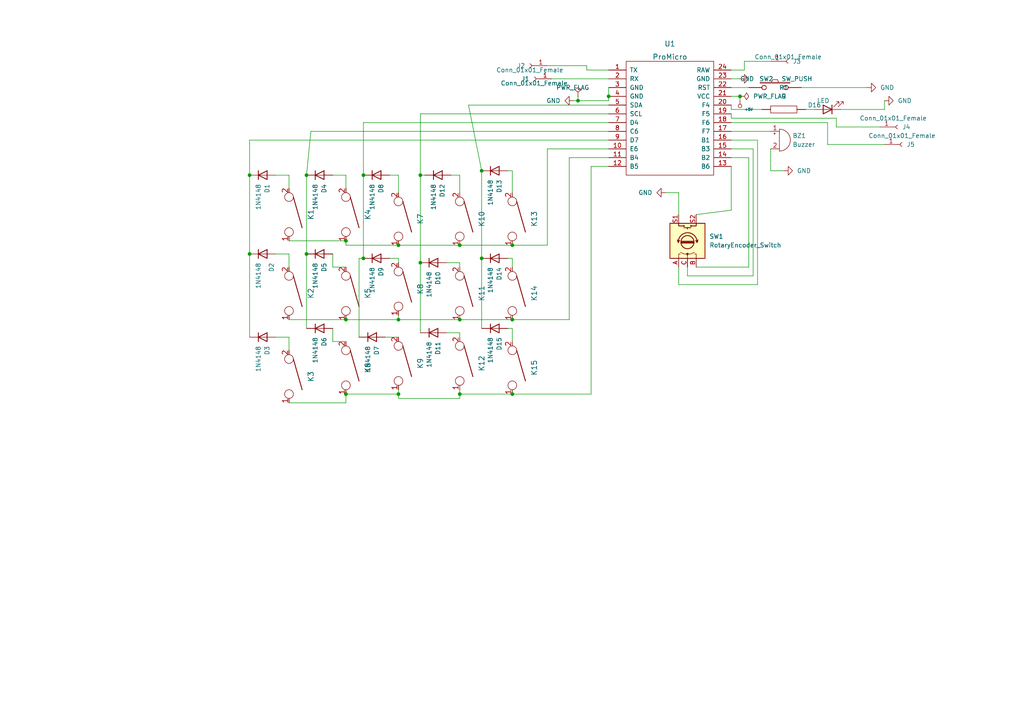
<source format=kicad_sch>
(kicad_sch (version 20211123) (generator eeschema)

  (uuid 14b1bb43-ecb5-4d2f-bdfe-1780da981cea)

  (paper "A4")

  (lib_symbols
    (symbol "Connector:Conn_01x01_Female" (pin_names (offset 1.016) hide) (in_bom yes) (on_board yes)
      (property "Reference" "J" (id 0) (at 0 2.54 0)
        (effects (font (size 1.27 1.27)))
      )
      (property "Value" "Conn_01x01_Female" (id 1) (at 0 -2.54 0)
        (effects (font (size 1.27 1.27)))
      )
      (property "Footprint" "" (id 2) (at 0 0 0)
        (effects (font (size 1.27 1.27)) hide)
      )
      (property "Datasheet" "~" (id 3) (at 0 0 0)
        (effects (font (size 1.27 1.27)) hide)
      )
      (property "ki_keywords" "connector" (id 4) (at 0 0 0)
        (effects (font (size 1.27 1.27)) hide)
      )
      (property "ki_description" "Generic connector, single row, 01x01, script generated (kicad-library-utils/schlib/autogen/connector/)" (id 5) (at 0 0 0)
        (effects (font (size 1.27 1.27)) hide)
      )
      (property "ki_fp_filters" "Connector*:*" (id 6) (at 0 0 0)
        (effects (font (size 1.27 1.27)) hide)
      )
      (symbol "Conn_01x01_Female_1_1"
        (polyline
          (pts
            (xy -1.27 0)
            (xy -0.508 0)
          )
          (stroke (width 0.1524) (type default) (color 0 0 0 0))
          (fill (type none))
        )
        (arc (start 0 0.508) (mid -0.508 0) (end 0 -0.508)
          (stroke (width 0.1524) (type default) (color 0 0 0 0))
          (fill (type none))
        )
        (pin passive line (at -5.08 0 0) (length 3.81)
          (name "Pin_1" (effects (font (size 1.27 1.27))))
          (number "1" (effects (font (size 1.27 1.27))))
        )
      )
    )
    (symbol "Device:Buzzer" (pin_names (offset 0.0254) hide) (in_bom yes) (on_board yes)
      (property "Reference" "BZ" (id 0) (at 3.81 1.27 0)
        (effects (font (size 1.27 1.27)) (justify left))
      )
      (property "Value" "Buzzer" (id 1) (at 3.81 -1.27 0)
        (effects (font (size 1.27 1.27)) (justify left))
      )
      (property "Footprint" "" (id 2) (at -0.635 2.54 90)
        (effects (font (size 1.27 1.27)) hide)
      )
      (property "Datasheet" "~" (id 3) (at -0.635 2.54 90)
        (effects (font (size 1.27 1.27)) hide)
      )
      (property "ki_keywords" "quartz resonator ceramic" (id 4) (at 0 0 0)
        (effects (font (size 1.27 1.27)) hide)
      )
      (property "ki_description" "Buzzer, polarized" (id 5) (at 0 0 0)
        (effects (font (size 1.27 1.27)) hide)
      )
      (property "ki_fp_filters" "*Buzzer*" (id 6) (at 0 0 0)
        (effects (font (size 1.27 1.27)) hide)
      )
      (symbol "Buzzer_0_1"
        (arc (start 0 -3.175) (mid 3.175 0) (end 0 3.175)
          (stroke (width 0) (type default) (color 0 0 0 0))
          (fill (type none))
        )
        (polyline
          (pts
            (xy -1.651 1.905)
            (xy -1.143 1.905)
          )
          (stroke (width 0) (type default) (color 0 0 0 0))
          (fill (type none))
        )
        (polyline
          (pts
            (xy -1.397 2.159)
            (xy -1.397 1.651)
          )
          (stroke (width 0) (type default) (color 0 0 0 0))
          (fill (type none))
        )
        (polyline
          (pts
            (xy 0 3.175)
            (xy 0 -3.175)
          )
          (stroke (width 0) (type default) (color 0 0 0 0))
          (fill (type none))
        )
      )
      (symbol "Buzzer_1_1"
        (pin passive line (at -2.54 2.54 0) (length 2.54)
          (name "-" (effects (font (size 1.27 1.27))))
          (number "1" (effects (font (size 1.27 1.27))))
        )
        (pin passive line (at -2.54 -2.54 0) (length 2.54)
          (name "+" (effects (font (size 1.27 1.27))))
          (number "2" (effects (font (size 1.27 1.27))))
        )
      )
    )
    (symbol "Device:LED" (pin_numbers hide) (pin_names (offset 1.016) hide) (in_bom yes) (on_board yes)
      (property "Reference" "D" (id 0) (at 0 2.54 0)
        (effects (font (size 1.27 1.27)))
      )
      (property "Value" "LED" (id 1) (at 0 -2.54 0)
        (effects (font (size 1.27 1.27)))
      )
      (property "Footprint" "" (id 2) (at 0 0 0)
        (effects (font (size 1.27 1.27)) hide)
      )
      (property "Datasheet" "~" (id 3) (at 0 0 0)
        (effects (font (size 1.27 1.27)) hide)
      )
      (property "ki_keywords" "LED diode" (id 4) (at 0 0 0)
        (effects (font (size 1.27 1.27)) hide)
      )
      (property "ki_description" "Light emitting diode" (id 5) (at 0 0 0)
        (effects (font (size 1.27 1.27)) hide)
      )
      (property "ki_fp_filters" "LED* LED_SMD:* LED_THT:*" (id 6) (at 0 0 0)
        (effects (font (size 1.27 1.27)) hide)
      )
      (symbol "LED_0_1"
        (polyline
          (pts
            (xy -1.27 -1.27)
            (xy -1.27 1.27)
          )
          (stroke (width 0.254) (type default) (color 0 0 0 0))
          (fill (type none))
        )
        (polyline
          (pts
            (xy -1.27 0)
            (xy 1.27 0)
          )
          (stroke (width 0) (type default) (color 0 0 0 0))
          (fill (type none))
        )
        (polyline
          (pts
            (xy 1.27 -1.27)
            (xy 1.27 1.27)
            (xy -1.27 0)
            (xy 1.27 -1.27)
          )
          (stroke (width 0.254) (type default) (color 0 0 0 0))
          (fill (type none))
        )
        (polyline
          (pts
            (xy -3.048 -0.762)
            (xy -4.572 -2.286)
            (xy -3.81 -2.286)
            (xy -4.572 -2.286)
            (xy -4.572 -1.524)
          )
          (stroke (width 0) (type default) (color 0 0 0 0))
          (fill (type none))
        )
        (polyline
          (pts
            (xy -1.778 -0.762)
            (xy -3.302 -2.286)
            (xy -2.54 -2.286)
            (xy -3.302 -2.286)
            (xy -3.302 -1.524)
          )
          (stroke (width 0) (type default) (color 0 0 0 0))
          (fill (type none))
        )
      )
      (symbol "LED_1_1"
        (pin passive line (at -3.81 0 0) (length 2.54)
          (name "K" (effects (font (size 1.27 1.27))))
          (number "1" (effects (font (size 1.27 1.27))))
        )
        (pin passive line (at 3.81 0 180) (length 2.54)
          (name "A" (effects (font (size 1.27 1.27))))
          (number "2" (effects (font (size 1.27 1.27))))
        )
      )
    )
    (symbol "Device:RotaryEncoder_Switch" (pin_names (offset 0.254) hide) (in_bom yes) (on_board yes)
      (property "Reference" "SW" (id 0) (at 0 6.604 0)
        (effects (font (size 1.27 1.27)))
      )
      (property "Value" "RotaryEncoder_Switch" (id 1) (at 0 -6.604 0)
        (effects (font (size 1.27 1.27)))
      )
      (property "Footprint" "" (id 2) (at -3.81 4.064 0)
        (effects (font (size 1.27 1.27)) hide)
      )
      (property "Datasheet" "~" (id 3) (at 0 6.604 0)
        (effects (font (size 1.27 1.27)) hide)
      )
      (property "ki_keywords" "rotary switch encoder switch push button" (id 4) (at 0 0 0)
        (effects (font (size 1.27 1.27)) hide)
      )
      (property "ki_description" "Rotary encoder, dual channel, incremental quadrate outputs, with switch" (id 5) (at 0 0 0)
        (effects (font (size 1.27 1.27)) hide)
      )
      (property "ki_fp_filters" "RotaryEncoder*Switch*" (id 6) (at 0 0 0)
        (effects (font (size 1.27 1.27)) hide)
      )
      (symbol "RotaryEncoder_Switch_0_1"
        (rectangle (start -5.08 5.08) (end 5.08 -5.08)
          (stroke (width 0.254) (type default) (color 0 0 0 0))
          (fill (type background))
        )
        (circle (center -3.81 0) (radius 0.254)
          (stroke (width 0) (type default) (color 0 0 0 0))
          (fill (type outline))
        )
        (arc (start -0.381 -2.794) (mid 2.3622 -0.0635) (end -0.381 2.667)
          (stroke (width 0.254) (type default) (color 0 0 0 0))
          (fill (type none))
        )
        (circle (center -0.381 0) (radius 1.905)
          (stroke (width 0.254) (type default) (color 0 0 0 0))
          (fill (type none))
        )
        (polyline
          (pts
            (xy -0.635 -1.778)
            (xy -0.635 1.778)
          )
          (stroke (width 0.254) (type default) (color 0 0 0 0))
          (fill (type none))
        )
        (polyline
          (pts
            (xy -0.381 -1.778)
            (xy -0.381 1.778)
          )
          (stroke (width 0.254) (type default) (color 0 0 0 0))
          (fill (type none))
        )
        (polyline
          (pts
            (xy -0.127 1.778)
            (xy -0.127 -1.778)
          )
          (stroke (width 0.254) (type default) (color 0 0 0 0))
          (fill (type none))
        )
        (polyline
          (pts
            (xy 3.81 0)
            (xy 3.429 0)
          )
          (stroke (width 0.254) (type default) (color 0 0 0 0))
          (fill (type none))
        )
        (polyline
          (pts
            (xy 3.81 1.016)
            (xy 3.81 -1.016)
          )
          (stroke (width 0.254) (type default) (color 0 0 0 0))
          (fill (type none))
        )
        (polyline
          (pts
            (xy -5.08 -2.54)
            (xy -3.81 -2.54)
            (xy -3.81 -2.032)
          )
          (stroke (width 0) (type default) (color 0 0 0 0))
          (fill (type none))
        )
        (polyline
          (pts
            (xy -5.08 2.54)
            (xy -3.81 2.54)
            (xy -3.81 2.032)
          )
          (stroke (width 0) (type default) (color 0 0 0 0))
          (fill (type none))
        )
        (polyline
          (pts
            (xy 0.254 -3.048)
            (xy -0.508 -2.794)
            (xy 0.127 -2.413)
          )
          (stroke (width 0.254) (type default) (color 0 0 0 0))
          (fill (type none))
        )
        (polyline
          (pts
            (xy 0.254 2.921)
            (xy -0.508 2.667)
            (xy 0.127 2.286)
          )
          (stroke (width 0.254) (type default) (color 0 0 0 0))
          (fill (type none))
        )
        (polyline
          (pts
            (xy 5.08 -2.54)
            (xy 4.318 -2.54)
            (xy 4.318 -1.016)
          )
          (stroke (width 0.254) (type default) (color 0 0 0 0))
          (fill (type none))
        )
        (polyline
          (pts
            (xy 5.08 2.54)
            (xy 4.318 2.54)
            (xy 4.318 1.016)
          )
          (stroke (width 0.254) (type default) (color 0 0 0 0))
          (fill (type none))
        )
        (polyline
          (pts
            (xy -5.08 0)
            (xy -3.81 0)
            (xy -3.81 -1.016)
            (xy -3.302 -2.032)
          )
          (stroke (width 0) (type default) (color 0 0 0 0))
          (fill (type none))
        )
        (polyline
          (pts
            (xy -4.318 0)
            (xy -3.81 0)
            (xy -3.81 1.016)
            (xy -3.302 2.032)
          )
          (stroke (width 0) (type default) (color 0 0 0 0))
          (fill (type none))
        )
        (circle (center 4.318 -1.016) (radius 0.127)
          (stroke (width 0.254) (type default) (color 0 0 0 0))
          (fill (type none))
        )
        (circle (center 4.318 1.016) (radius 0.127)
          (stroke (width 0.254) (type default) (color 0 0 0 0))
          (fill (type none))
        )
      )
      (symbol "RotaryEncoder_Switch_1_1"
        (pin passive line (at -7.62 2.54 0) (length 2.54)
          (name "A" (effects (font (size 1.27 1.27))))
          (number "A" (effects (font (size 1.27 1.27))))
        )
        (pin passive line (at -7.62 -2.54 0) (length 2.54)
          (name "B" (effects (font (size 1.27 1.27))))
          (number "B" (effects (font (size 1.27 1.27))))
        )
        (pin passive line (at -7.62 0 0) (length 2.54)
          (name "C" (effects (font (size 1.27 1.27))))
          (number "C" (effects (font (size 1.27 1.27))))
        )
        (pin passive line (at 7.62 2.54 180) (length 2.54)
          (name "S1" (effects (font (size 1.27 1.27))))
          (number "S1" (effects (font (size 1.27 1.27))))
        )
        (pin passive line (at 7.62 -2.54 180) (length 2.54)
          (name "S2" (effects (font (size 1.27 1.27))))
          (number "S2" (effects (font (size 1.27 1.27))))
        )
      )
    )
    (symbol "Diode:1N4148" (pin_numbers hide) (pin_names (offset 1.016) hide) (in_bom yes) (on_board yes)
      (property "Reference" "D" (id 0) (at 0 2.54 0)
        (effects (font (size 1.27 1.27)))
      )
      (property "Value" "1N4148" (id 1) (at 0 -2.54 0)
        (effects (font (size 1.27 1.27)))
      )
      (property "Footprint" "Diode_THT:D_DO-35_SOD27_P7.62mm_Horizontal" (id 2) (at 0 -4.445 0)
        (effects (font (size 1.27 1.27)) hide)
      )
      (property "Datasheet" "https://assets.nexperia.com/documents/data-sheet/1N4148_1N4448.pdf" (id 3) (at 0 0 0)
        (effects (font (size 1.27 1.27)) hide)
      )
      (property "ki_keywords" "diode" (id 4) (at 0 0 0)
        (effects (font (size 1.27 1.27)) hide)
      )
      (property "ki_description" "100V 0.15A standard switching diode, DO-35" (id 5) (at 0 0 0)
        (effects (font (size 1.27 1.27)) hide)
      )
      (property "ki_fp_filters" "D*DO?35*" (id 6) (at 0 0 0)
        (effects (font (size 1.27 1.27)) hide)
      )
      (symbol "1N4148_0_1"
        (polyline
          (pts
            (xy -1.27 1.27)
            (xy -1.27 -1.27)
          )
          (stroke (width 0.254) (type default) (color 0 0 0 0))
          (fill (type none))
        )
        (polyline
          (pts
            (xy 1.27 0)
            (xy -1.27 0)
          )
          (stroke (width 0) (type default) (color 0 0 0 0))
          (fill (type none))
        )
        (polyline
          (pts
            (xy 1.27 1.27)
            (xy 1.27 -1.27)
            (xy -1.27 0)
            (xy 1.27 1.27)
          )
          (stroke (width 0.254) (type default) (color 0 0 0 0))
          (fill (type none))
        )
      )
      (symbol "1N4148_1_1"
        (pin passive line (at -3.81 0 0) (length 2.54)
          (name "K" (effects (font (size 1.27 1.27))))
          (number "1" (effects (font (size 1.27 1.27))))
        )
        (pin passive line (at 3.81 0 180) (length 2.54)
          (name "A" (effects (font (size 1.27 1.27))))
          (number "2" (effects (font (size 1.27 1.27))))
        )
      )
    )
    (symbol "keyboard_parts:+5V" (power) (pin_names (offset 0)) (in_bom yes) (on_board yes)
      (property "Reference" "#PWR" (id 0) (at 0 -0.762 0)
        (effects (font (size 0.508 0.508)) hide)
      )
      (property "Value" "+5V" (id 1) (at 0 2.794 0)
        (effects (font (size 0.762 0.762)))
      )
      (property "Footprint" "" (id 2) (at 0 0 0)
        (effects (font (size 1.524 1.524)))
      )
      (property "Datasheet" "" (id 3) (at 0 0 0)
        (effects (font (size 1.524 1.524)))
      )
      (symbol "+5V_0_0"
        (pin power_in line (at 0 0 90) (length 0) hide
          (name "+5V" (effects (font (size 0.508 0.508))))
          (number "1" (effects (font (size 0.254 0.254))))
        )
      )
      (symbol "+5V_0_1"
        (polyline
          (pts
            (xy 0 0)
            (xy 0 1.016)
            (xy 0 1.016)
          )
          (stroke (width 0) (type default) (color 0 0 0 0))
          (fill (type none))
        )
        (circle (center 0 1.524) (radius 0.508)
          (stroke (width 0) (type default) (color 0 0 0 0))
          (fill (type none))
        )
      )
    )
    (symbol "keyboard_parts:KEYSW" (pin_names (offset 1.016)) (in_bom yes) (on_board yes)
      (property "Reference" "K?" (id 0) (at -1.27 0 0)
        (effects (font (size 1.524 1.524)))
      )
      (property "Value" "KEYSW" (id 1) (at 0 -2.54 0)
        (effects (font (size 1.524 1.524)) hide)
      )
      (property "Footprint" "" (id 2) (at 0 0 0)
        (effects (font (size 1.524 1.524)))
      )
      (property "Datasheet" "" (id 3) (at 0 0 0)
        (effects (font (size 1.524 1.524)))
      )
      (symbol "KEYSW_0_1"
        (circle (center -5.08 0) (radius 1.27)
          (stroke (width 0) (type default) (color 0 0 0 0))
          (fill (type none))
        )
        (polyline
          (pts
            (xy -5.08 1.27)
            (xy 3.81 3.81)
          )
          (stroke (width 0.254) (type default) (color 0 0 0 0))
          (fill (type none))
        )
        (circle (center 5.08 0) (radius 1.27)
          (stroke (width 0) (type default) (color 0 0 0 0))
          (fill (type none))
        )
      )
      (symbol "KEYSW_1_1"
        (pin passive line (at 7.62 0 180) (length 1.27)
          (name "~" (effects (font (size 1.524 1.524))))
          (number "1" (effects (font (size 1.524 1.524))))
        )
        (pin passive line (at -7.62 0 0) (length 1.27)
          (name "~" (effects (font (size 1.524 1.524))))
          (number "2" (effects (font (size 1.524 1.524))))
        )
      )
    )
    (symbol "keyboard_parts:SW_PUSH" (pin_numbers hide) (pin_names (offset 1.016) hide) (in_bom yes) (on_board yes)
      (property "Reference" "SW" (id 0) (at 3.81 2.794 0)
        (effects (font (size 1.27 1.27)))
      )
      (property "Value" "SW_PUSH" (id 1) (at 0 -2.032 0)
        (effects (font (size 1.27 1.27)))
      )
      (property "Footprint" "" (id 2) (at 0 0 0)
        (effects (font (size 1.524 1.524)))
      )
      (property "Datasheet" "" (id 3) (at 0 0 0)
        (effects (font (size 1.524 1.524)))
      )
      (symbol "SW_PUSH_0_1"
        (rectangle (start -4.318 1.27) (end 4.318 1.524)
          (stroke (width 0) (type default) (color 0 0 0 0))
          (fill (type none))
        )
        (polyline
          (pts
            (xy -1.016 1.524)
            (xy -0.762 2.286)
            (xy 0.762 2.286)
            (xy 1.016 1.524)
          )
          (stroke (width 0) (type default) (color 0 0 0 0))
          (fill (type none))
        )
        (pin passive inverted (at -7.62 0 0) (length 5.08)
          (name "1" (effects (font (size 1.524 1.524))))
          (number "1" (effects (font (size 1.524 1.524))))
        )
        (pin passive inverted (at 7.62 0 180) (length 5.08)
          (name "2" (effects (font (size 1.524 1.524))))
          (number "2" (effects (font (size 1.524 1.524))))
        )
      )
    )
    (symbol "power:GND" (power) (pin_names (offset 0)) (in_bom yes) (on_board yes)
      (property "Reference" "#PWR" (id 0) (at 0 -6.35 0)
        (effects (font (size 1.27 1.27)) hide)
      )
      (property "Value" "GND" (id 1) (at 0 -3.81 0)
        (effects (font (size 1.27 1.27)))
      )
      (property "Footprint" "" (id 2) (at 0 0 0)
        (effects (font (size 1.27 1.27)) hide)
      )
      (property "Datasheet" "" (id 3) (at 0 0 0)
        (effects (font (size 1.27 1.27)) hide)
      )
      (property "ki_keywords" "power-flag" (id 4) (at 0 0 0)
        (effects (font (size 1.27 1.27)) hide)
      )
      (property "ki_description" "Power symbol creates a global label with name \"GND\" , ground" (id 5) (at 0 0 0)
        (effects (font (size 1.27 1.27)) hide)
      )
      (symbol "GND_0_1"
        (polyline
          (pts
            (xy 0 0)
            (xy 0 -1.27)
            (xy 1.27 -1.27)
            (xy 0 -2.54)
            (xy -1.27 -1.27)
            (xy 0 -1.27)
          )
          (stroke (width 0) (type default) (color 0 0 0 0))
          (fill (type none))
        )
      )
      (symbol "GND_1_1"
        (pin power_in line (at 0 0 270) (length 0) hide
          (name "GND" (effects (font (size 1.27 1.27))))
          (number "1" (effects (font (size 1.27 1.27))))
        )
      )
    )
    (symbol "power:PWR_FLAG" (power) (pin_numbers hide) (pin_names (offset 0) hide) (in_bom yes) (on_board yes)
      (property "Reference" "#FLG" (id 0) (at 0 1.905 0)
        (effects (font (size 1.27 1.27)) hide)
      )
      (property "Value" "PWR_FLAG" (id 1) (at 0 3.81 0)
        (effects (font (size 1.27 1.27)))
      )
      (property "Footprint" "" (id 2) (at 0 0 0)
        (effects (font (size 1.27 1.27)) hide)
      )
      (property "Datasheet" "~" (id 3) (at 0 0 0)
        (effects (font (size 1.27 1.27)) hide)
      )
      (property "ki_keywords" "power-flag" (id 4) (at 0 0 0)
        (effects (font (size 1.27 1.27)) hide)
      )
      (property "ki_description" "Special symbol for telling ERC where power comes from" (id 5) (at 0 0 0)
        (effects (font (size 1.27 1.27)) hide)
      )
      (symbol "PWR_FLAG_0_0"
        (pin power_out line (at 0 0 90) (length 0)
          (name "pwr" (effects (font (size 1.27 1.27))))
          (number "1" (effects (font (size 1.27 1.27))))
        )
      )
      (symbol "PWR_FLAG_0_1"
        (polyline
          (pts
            (xy 0 0)
            (xy 0 1.27)
            (xy -1.016 1.905)
            (xy 0 2.54)
            (xy 1.016 1.905)
            (xy 0 1.27)
          )
          (stroke (width 0) (type default) (color 0 0 0 0))
          (fill (type none))
        )
      )
    )
    (symbol "promicro:ProMicro" (pin_names (offset 1.016)) (in_bom yes) (on_board yes)
      (property "Reference" "U" (id 0) (at 0 24.13 0)
        (effects (font (size 1.524 1.524)))
      )
      (property "Value" "ProMicro" (id 1) (at 0 -13.97 0)
        (effects (font (size 1.524 1.524)))
      )
      (property "Footprint" "" (id 2) (at 2.54 -26.67 0)
        (effects (font (size 1.524 1.524)))
      )
      (property "Datasheet" "" (id 3) (at 2.54 -26.67 0)
        (effects (font (size 1.524 1.524)))
      )
      (symbol "ProMicro_0_1"
        (rectangle (start -12.7 21.59) (end 12.7 -11.43)
          (stroke (width 0) (type default) (color 0 0 0 0))
          (fill (type none))
        )
      )
      (symbol "ProMicro_1_1"
        (pin bidirectional line (at -17.78 19.05 0) (length 5.08)
          (name "TX" (effects (font (size 1.27 1.27))))
          (number "1" (effects (font (size 1.27 1.27))))
        )
        (pin bidirectional line (at -17.78 -3.81 0) (length 5.08)
          (name "E6" (effects (font (size 1.27 1.27))))
          (number "10" (effects (font (size 1.27 1.27))))
        )
        (pin bidirectional line (at -17.78 -6.35 0) (length 5.08)
          (name "B4" (effects (font (size 1.27 1.27))))
          (number "11" (effects (font (size 1.27 1.27))))
        )
        (pin bidirectional line (at -17.78 -8.89 0) (length 5.08)
          (name "B5" (effects (font (size 1.27 1.27))))
          (number "12" (effects (font (size 1.27 1.27))))
        )
        (pin bidirectional line (at 17.78 -8.89 180) (length 5.08)
          (name "B6" (effects (font (size 1.27 1.27))))
          (number "13" (effects (font (size 1.27 1.27))))
        )
        (pin bidirectional line (at 17.78 -6.35 180) (length 5.08)
          (name "B2" (effects (font (size 1.27 1.27))))
          (number "14" (effects (font (size 1.27 1.27))))
        )
        (pin bidirectional line (at 17.78 -3.81 180) (length 5.08)
          (name "B3" (effects (font (size 1.27 1.27))))
          (number "15" (effects (font (size 1.27 1.27))))
        )
        (pin bidirectional line (at 17.78 -1.27 180) (length 5.08)
          (name "B1" (effects (font (size 1.27 1.27))))
          (number "16" (effects (font (size 1.27 1.27))))
        )
        (pin bidirectional line (at 17.78 1.27 180) (length 5.08)
          (name "F7" (effects (font (size 1.27 1.27))))
          (number "17" (effects (font (size 1.27 1.27))))
        )
        (pin bidirectional line (at 17.78 3.81 180) (length 5.08)
          (name "F6" (effects (font (size 1.27 1.27))))
          (number "18" (effects (font (size 1.27 1.27))))
        )
        (pin bidirectional line (at 17.78 6.35 180) (length 5.08)
          (name "F5" (effects (font (size 1.27 1.27))))
          (number "19" (effects (font (size 1.27 1.27))))
        )
        (pin bidirectional line (at -17.78 16.51 0) (length 5.08)
          (name "RX" (effects (font (size 1.27 1.27))))
          (number "2" (effects (font (size 1.27 1.27))))
        )
        (pin bidirectional line (at 17.78 8.89 180) (length 5.08)
          (name "F4" (effects (font (size 1.27 1.27))))
          (number "20" (effects (font (size 1.27 1.27))))
        )
        (pin power_in line (at 17.78 11.43 180) (length 5.08)
          (name "VCC" (effects (font (size 1.27 1.27))))
          (number "21" (effects (font (size 1.27 1.27))))
        )
        (pin input line (at 17.78 13.97 180) (length 5.08)
          (name "RST" (effects (font (size 1.27 1.27))))
          (number "22" (effects (font (size 1.27 1.27))))
        )
        (pin power_in line (at 17.78 16.51 180) (length 5.08)
          (name "GND" (effects (font (size 1.27 1.27))))
          (number "23" (effects (font (size 1.27 1.27))))
        )
        (pin power_out line (at 17.78 19.05 180) (length 5.08)
          (name "RAW" (effects (font (size 1.27 1.27))))
          (number "24" (effects (font (size 1.27 1.27))))
        )
        (pin power_in line (at -17.78 13.97 0) (length 5.08)
          (name "GND" (effects (font (size 1.27 1.27))))
          (number "3" (effects (font (size 1.27 1.27))))
        )
        (pin power_in line (at -17.78 11.43 0) (length 5.08)
          (name "GND" (effects (font (size 1.27 1.27))))
          (number "4" (effects (font (size 1.27 1.27))))
        )
        (pin bidirectional line (at -17.78 8.89 0) (length 5.08)
          (name "SDA" (effects (font (size 1.27 1.27))))
          (number "5" (effects (font (size 1.27 1.27))))
        )
        (pin bidirectional line (at -17.78 6.35 0) (length 5.08)
          (name "SCL" (effects (font (size 1.27 1.27))))
          (number "6" (effects (font (size 1.27 1.27))))
        )
        (pin bidirectional line (at -17.78 3.81 0) (length 5.08)
          (name "D4" (effects (font (size 1.27 1.27))))
          (number "7" (effects (font (size 1.27 1.27))))
        )
        (pin bidirectional line (at -17.78 1.27 0) (length 5.08)
          (name "C6" (effects (font (size 1.27 1.27))))
          (number "8" (effects (font (size 1.27 1.27))))
        )
        (pin bidirectional line (at -17.78 -1.27 0) (length 5.08)
          (name "D7" (effects (font (size 1.27 1.27))))
          (number "9" (effects (font (size 1.27 1.27))))
        )
      )
    )
    (symbol "pspice:R" (pin_numbers hide) (pin_names (offset 0)) (in_bom yes) (on_board yes)
      (property "Reference" "R" (id 0) (at 2.032 0 90)
        (effects (font (size 1.27 1.27)))
      )
      (property "Value" "R" (id 1) (at 0 0 90)
        (effects (font (size 1.27 1.27)))
      )
      (property "Footprint" "" (id 2) (at 0 0 0)
        (effects (font (size 1.27 1.27)) hide)
      )
      (property "Datasheet" "~" (id 3) (at 0 0 0)
        (effects (font (size 1.27 1.27)) hide)
      )
      (property "ki_keywords" "resistor simulation" (id 4) (at 0 0 0)
        (effects (font (size 1.27 1.27)) hide)
      )
      (property "ki_description" "Resistor symbol for simulation only" (id 5) (at 0 0 0)
        (effects (font (size 1.27 1.27)) hide)
      )
      (symbol "R_0_1"
        (rectangle (start -1.016 3.81) (end 1.016 -3.81)
          (stroke (width 0) (type default) (color 0 0 0 0))
          (fill (type none))
        )
      )
      (symbol "R_1_1"
        (pin passive line (at 0 6.35 270) (length 2.54)
          (name "~" (effects (font (size 1.27 1.27))))
          (number "1" (effects (font (size 1.27 1.27))))
        )
        (pin passive line (at 0 -6.35 90) (length 2.54)
          (name "~" (effects (font (size 1.27 1.27))))
          (number "2" (effects (font (size 1.27 1.27))))
        )
      )
    )
  )

  (junction (at 121.92 50.8) (diameter 0) (color 0 0 0 0)
    (uuid 198b77a1-fb48-48a0-a2b4-1e504be366a2)
  )
  (junction (at 100.33 69.85) (diameter 0) (color 0 0 0 0)
    (uuid 435dcf20-eb65-402d-90d5-a11a74106701)
  )
  (junction (at 139.7 49.53) (diameter 0) (color 0 0 0 0)
    (uuid 48f95d16-62a5-4725-a1ca-15b443dd8aff)
  )
  (junction (at 121.92 76.2) (diameter 0) (color 0 0 0 0)
    (uuid 4b828802-4133-4bb5-ab02-598d8ef2e575)
  )
  (junction (at 139.7 74.93) (diameter 0) (color 0 0 0 0)
    (uuid 5284f5ba-3268-471e-b78f-9740cadae1b8)
  )
  (junction (at 72.39 73.66) (diameter 0) (color 0 0 0 0)
    (uuid 633984a5-0d44-42cd-b350-e87170fea531)
  )
  (junction (at 176.53 27.94) (diameter 0) (color 0 0 0 0)
    (uuid 68438e29-4b77-4124-b9fb-fd759d53f51f)
  )
  (junction (at 72.39 50.8) (diameter 0) (color 0 0 0 0)
    (uuid 6906bb12-944b-4bb3-96cb-45af42efbfe8)
  )
  (junction (at 105.41 74.93) (diameter 0) (color 0 0 0 0)
    (uuid 8e1fc153-bb5a-465b-9bd6-5a3cde2210d8)
  )
  (junction (at 115.57 71.12) (diameter 0) (color 0 0 0 0)
    (uuid 9642e3bb-ed1f-4d1d-bd95-9abfc19899a6)
  )
  (junction (at 148.59 71.12) (diameter 0) (color 0 0 0 0)
    (uuid 9839acf2-b5cf-43e6-8192-7f3deaed3926)
  )
  (junction (at 100.33 114.3) (diameter 0) (color 0 0 0 0)
    (uuid a7502c15-1685-4da7-9481-f0fe9e928be3)
  )
  (junction (at 133.35 114.3) (diameter 0) (color 0 0 0 0)
    (uuid a9827b43-1cb1-4b04-9b97-63a2714fd346)
  )
  (junction (at 115.57 114.3) (diameter 0) (color 0 0 0 0)
    (uuid bace220e-11e8-45ac-bae7-604261a1634d)
  )
  (junction (at 100.33 92.71) (diameter 0) (color 0 0 0 0)
    (uuid bb12a5f5-6389-46cc-a2c5-0700f7442a97)
  )
  (junction (at 214.63 27.94) (diameter 0) (color 0 0 0 0)
    (uuid c244f2b5-8c66-429b-b87d-6782e72fdae4)
  )
  (junction (at 148.59 92.71) (diameter 0) (color 0 0 0 0)
    (uuid c5907944-8129-4d9a-b74e-72a49995d5b2)
  )
  (junction (at 115.57 92.71) (diameter 0) (color 0 0 0 0)
    (uuid cd9d4a96-37a9-45b9-8536-a961c7c4278d)
  )
  (junction (at 133.35 71.12) (diameter 0) (color 0 0 0 0)
    (uuid d26d5238-1826-4213-8110-58fd6ff4a9f0)
  )
  (junction (at 167.64 29.21) (diameter 0) (color 0 0 0 0)
    (uuid d6173bfc-6dba-4c4e-bc37-b43f82c2cdf1)
  )
  (junction (at 105.41 50.8) (diameter 0) (color 0 0 0 0)
    (uuid e0ea1806-c54c-4ea5-b9ee-4c7865896390)
  )
  (junction (at 88.9 50.8) (diameter 0) (color 0 0 0 0)
    (uuid e11bb035-713b-481e-a670-4ffb3a1043d6)
  )
  (junction (at 88.9 73.66) (diameter 0) (color 0 0 0 0)
    (uuid e179fd0d-a83e-42c1-8d8d-a9cbc09cd5a2)
  )
  (junction (at 148.59 114.3) (diameter 0) (color 0 0 0 0)
    (uuid f5a09174-9716-4b23-90a7-d3c4dab89932)
  )
  (junction (at 133.35 92.71) (diameter 0) (color 0 0 0 0)
    (uuid fa3a664a-79db-4bcf-bcbf-3e2c42e37410)
  )

  (wire (pts (xy 256.54 29.21) (xy 256.54 31.75))
    (stroke (width 0) (type default) (color 0 0 0 0))
    (uuid 01d17577-9d09-4fbc-add6-4e35cf60461a)
  )
  (wire (pts (xy 212.09 48.26) (xy 212.09 60.96))
    (stroke (width 0) (type default) (color 0 0 0 0))
    (uuid 04d3f26a-a650-42ef-8f5b-8f131b9a9cfa)
  )
  (wire (pts (xy 170.18 20.32) (xy 170.18 19.05))
    (stroke (width 0) (type default) (color 0 0 0 0))
    (uuid 091cf8cc-1753-4247-9cbc-eef736fa4c1a)
  )
  (wire (pts (xy 158.75 71.12) (xy 158.75 43.18))
    (stroke (width 0) (type default) (color 0 0 0 0))
    (uuid 0985d07b-ec7b-4408-8e42-ad1743eee3c0)
  )
  (wire (pts (xy 115.57 114.3) (xy 100.33 114.3))
    (stroke (width 0) (type default) (color 0 0 0 0))
    (uuid 099a88e1-3710-4e95-9bc6-d19170d7f23c)
  )
  (wire (pts (xy 219.71 40.64) (xy 212.09 40.64))
    (stroke (width 0) (type default) (color 0 0 0 0))
    (uuid 0a5af276-4bcc-4a60-a173-9dbd838801d1)
  )
  (wire (pts (xy 133.35 96.52) (xy 129.54 96.52))
    (stroke (width 0) (type default) (color 0 0 0 0))
    (uuid 0b379b3f-3c41-41a6-bb85-900db33d8a68)
  )
  (wire (pts (xy 158.75 43.18) (xy 176.53 43.18))
    (stroke (width 0) (type default) (color 0 0 0 0))
    (uuid 0c541488-fa09-4f32-8e9c-0946ede0d200)
  )
  (wire (pts (xy 83.82 73.66) (xy 80.01 73.66))
    (stroke (width 0) (type default) (color 0 0 0 0))
    (uuid 0c934cf3-4d3f-483c-966e-3c98b4ef4508)
  )
  (wire (pts (xy 83.82 50.8) (xy 80.01 50.8))
    (stroke (width 0) (type default) (color 0 0 0 0))
    (uuid 0d8a223a-3a5f-40a1-8939-df2fbe501979)
  )
  (wire (pts (xy 212.09 34.29) (xy 212.09 33.02))
    (stroke (width 0) (type default) (color 0 0 0 0))
    (uuid 10ba832b-8eae-4d6e-9676-0931fa53301a)
  )
  (wire (pts (xy 212.09 27.94) (xy 214.63 27.94))
    (stroke (width 0) (type default) (color 0 0 0 0))
    (uuid 11999ddc-087a-4ddb-87dd-5c3b7c94069b)
  )
  (wire (pts (xy 100.33 50.8) (xy 96.52 50.8))
    (stroke (width 0) (type default) (color 0 0 0 0))
    (uuid 122e93b7-bccb-456a-b65a-e7825a6eb7b8)
  )
  (wire (pts (xy 72.39 97.79) (xy 72.39 73.66))
    (stroke (width 0) (type default) (color 0 0 0 0))
    (uuid 12493546-0d45-4ef3-82ab-ad7bd6fd4833)
  )
  (wire (pts (xy 214.63 27.94) (xy 214.63 29.21))
    (stroke (width 0) (type default) (color 0 0 0 0))
    (uuid 13064d5d-de2e-4f64-8d62-68e8958b0719)
  )
  (wire (pts (xy 217.17 45.72) (xy 212.09 45.72))
    (stroke (width 0) (type default) (color 0 0 0 0))
    (uuid 18c3023e-6a97-4a1b-93d0-7a2ab2cae784)
  )
  (wire (pts (xy 133.35 71.12) (xy 115.57 71.12))
    (stroke (width 0) (type default) (color 0 0 0 0))
    (uuid 18d26976-f913-4ba2-8ac1-4199f6a5f99e)
  )
  (wire (pts (xy 105.41 35.56) (xy 105.41 50.8))
    (stroke (width 0) (type default) (color 0 0 0 0))
    (uuid 1a8b2fc7-71fa-47e6-9a7a-25013f87ace7)
  )
  (wire (pts (xy 240.03 35.56) (xy 240.03 41.91))
    (stroke (width 0) (type default) (color 0 0 0 0))
    (uuid 1b9984e8-302e-4b4b-89a3-cfe3a76a34b0)
  )
  (wire (pts (xy 83.82 101.6) (xy 83.82 97.79))
    (stroke (width 0) (type default) (color 0 0 0 0))
    (uuid 1d0c555e-ab62-47e8-9ea4-aef04ff26c59)
  )
  (wire (pts (xy 88.9 50.8) (xy 88.9 73.66))
    (stroke (width 0) (type default) (color 0 0 0 0))
    (uuid 1fd30794-997a-4d1e-9145-0140f7006e15)
  )
  (wire (pts (xy 212.09 35.56) (xy 240.03 35.56))
    (stroke (width 0) (type default) (color 0 0 0 0))
    (uuid 21d8d7a0-672f-487d-a101-c0d009175bd3)
  )
  (wire (pts (xy 72.39 50.8) (xy 72.39 73.66))
    (stroke (width 0) (type default) (color 0 0 0 0))
    (uuid 2d564173-50fd-454b-9a47-8a9febbbc83f)
  )
  (wire (pts (xy 133.35 77.47) (xy 133.35 76.2))
    (stroke (width 0) (type default) (color 0 0 0 0))
    (uuid 2eb6042e-bb34-4527-8c0d-ec2eb9931fc2)
  )
  (wire (pts (xy 133.35 55.88) (xy 133.35 50.8))
    (stroke (width 0) (type default) (color 0 0 0 0))
    (uuid 2ee4880f-7072-4b4a-8f45-cd4736e07155)
  )
  (wire (pts (xy 219.71 82.55) (xy 219.71 40.64))
    (stroke (width 0) (type default) (color 0 0 0 0))
    (uuid 2eef47d8-102a-44a9-b0cc-666ad6105eda)
  )
  (wire (pts (xy 232.41 25.4) (xy 251.46 25.4))
    (stroke (width 0) (type default) (color 0 0 0 0))
    (uuid 300d0485-9f7c-4d1d-b350-a570a266ef2c)
  )
  (wire (pts (xy 115.57 91.44) (xy 115.57 92.71))
    (stroke (width 0) (type default) (color 0 0 0 0))
    (uuid 304bcaf0-3377-45f0-a401-9390fae66f35)
  )
  (wire (pts (xy 83.82 97.79) (xy 80.01 97.79))
    (stroke (width 0) (type default) (color 0 0 0 0))
    (uuid 324d2dfa-9ecc-431a-b908-b892d09e4cdc)
  )
  (wire (pts (xy 196.85 82.55) (xy 219.71 82.55))
    (stroke (width 0) (type default) (color 0 0 0 0))
    (uuid 3271ba8d-a741-4b89-a6d2-b52fe4742659)
  )
  (wire (pts (xy 139.7 74.93) (xy 139.7 95.25))
    (stroke (width 0) (type default) (color 0 0 0 0))
    (uuid 3298bd84-153c-4c77-b240-6478a2c90307)
  )
  (wire (pts (xy 121.92 33.02) (xy 176.53 33.02))
    (stroke (width 0) (type default) (color 0 0 0 0))
    (uuid 32d56f16-aca7-4f48-ac96-a9a706447823)
  )
  (wire (pts (xy 100.33 116.84) (xy 100.33 114.3))
    (stroke (width 0) (type default) (color 0 0 0 0))
    (uuid 33c8087a-32ee-42aa-957d-5665e6ede350)
  )
  (wire (pts (xy 104.14 74.93) (xy 105.41 74.93))
    (stroke (width 0) (type default) (color 0 0 0 0))
    (uuid 33f73d72-1830-4795-a359-f368cf51f212)
  )
  (wire (pts (xy 83.82 77.47) (xy 83.82 73.66))
    (stroke (width 0) (type default) (color 0 0 0 0))
    (uuid 36b5c7ca-e3e1-48b9-9f89-b714fd450906)
  )
  (wire (pts (xy 148.59 55.88) (xy 148.59 49.53))
    (stroke (width 0) (type default) (color 0 0 0 0))
    (uuid 3919d73e-d7c1-41ef-a305-7ee0b79739d1)
  )
  (wire (pts (xy 215.9 17.78) (xy 223.52 17.78))
    (stroke (width 0) (type default) (color 0 0 0 0))
    (uuid 3b93cbb7-888b-4ef2-96bc-1e7d6f362fc3)
  )
  (wire (pts (xy 72.39 40.64) (xy 72.39 50.8))
    (stroke (width 0) (type default) (color 0 0 0 0))
    (uuid 42b6d1f9-b1fe-4a2a-bae2-b8c986428817)
  )
  (wire (pts (xy 115.57 115.57) (xy 115.57 114.3))
    (stroke (width 0) (type default) (color 0 0 0 0))
    (uuid 4403e97c-fcb0-4408-b636-27746fdfacb9)
  )
  (wire (pts (xy 148.59 74.93) (xy 147.32 74.93))
    (stroke (width 0) (type default) (color 0 0 0 0))
    (uuid 44460b99-2932-43de-a23d-3c3358313e24)
  )
  (wire (pts (xy 199.39 80.01) (xy 218.44 80.01))
    (stroke (width 0) (type default) (color 0 0 0 0))
    (uuid 449ef0a8-df83-4f53-92b2-876ac8daad33)
  )
  (wire (pts (xy 167.64 27.94) (xy 167.64 29.21))
    (stroke (width 0) (type default) (color 0 0 0 0))
    (uuid 44ebd0c0-5f97-40a6-a615-9cc7e6b86427)
  )
  (wire (pts (xy 212.09 31.75) (xy 220.98 31.75))
    (stroke (width 0) (type default) (color 0 0 0 0))
    (uuid 453265ce-6c6e-469b-b4a6-6ef224e2b9cf)
  )
  (wire (pts (xy 158.75 71.12) (xy 148.59 71.12))
    (stroke (width 0) (type default) (color 0 0 0 0))
    (uuid 4541467b-0e1f-4977-8501-ce918ef53c6e)
  )
  (wire (pts (xy 217.17 77.47) (xy 217.17 45.72))
    (stroke (width 0) (type default) (color 0 0 0 0))
    (uuid 4639f90d-4c38-41a7-952e-e3e23f7c8748)
  )
  (wire (pts (xy 148.59 92.71) (xy 165.1 92.71))
    (stroke (width 0) (type default) (color 0 0 0 0))
    (uuid 4c0f7ef3-e1eb-43f2-aa8c-8157caf2644d)
  )
  (wire (pts (xy 133.35 114.3) (xy 133.35 115.57))
    (stroke (width 0) (type default) (color 0 0 0 0))
    (uuid 4c71f768-eadc-4cf5-ad6e-e95a84fb41fe)
  )
  (wire (pts (xy 193.04 55.88) (xy 196.85 55.88))
    (stroke (width 0) (type default) (color 0 0 0 0))
    (uuid 4e797149-dfa4-4a50-b439-f34510a1f5cf)
  )
  (wire (pts (xy 133.35 97.79) (xy 133.35 96.52))
    (stroke (width 0) (type default) (color 0 0 0 0))
    (uuid 51f9deca-d710-409e-a629-29afe8ecbe23)
  )
  (wire (pts (xy 243.84 31.75) (xy 256.54 31.75))
    (stroke (width 0) (type default) (color 0 0 0 0))
    (uuid 59511861-d618-4cc2-8009-b365f0076287)
  )
  (wire (pts (xy 171.45 48.26) (xy 176.53 48.26))
    (stroke (width 0) (type default) (color 0 0 0 0))
    (uuid 59da2756-a9cb-44a1-b8f3-1d735594eaea)
  )
  (wire (pts (xy 148.59 49.53) (xy 147.32 49.53))
    (stroke (width 0) (type default) (color 0 0 0 0))
    (uuid 5b234ca9-2d03-4a23-bde4-9e56846a4c88)
  )
  (wire (pts (xy 115.57 97.79) (xy 111.76 97.79))
    (stroke (width 0) (type default) (color 0 0 0 0))
    (uuid 5da102a4-bbfd-4c4d-9a0d-bb1096e2a39f)
  )
  (wire (pts (xy 121.92 50.8) (xy 121.92 76.2))
    (stroke (width 0) (type default) (color 0 0 0 0))
    (uuid 5dcbd492-49ff-491f-914d-26116c1b8369)
  )
  (wire (pts (xy 133.35 115.57) (xy 115.57 115.57))
    (stroke (width 0) (type default) (color 0 0 0 0))
    (uuid 5f08189d-ab5f-40fc-a8db-deb842d9d1fd)
  )
  (wire (pts (xy 90.17 38.1) (xy 176.53 38.1))
    (stroke (width 0) (type default) (color 0 0 0 0))
    (uuid 5f276dbe-1ae6-4008-9bec-880d67bf6a92)
  )
  (wire (pts (xy 148.59 92.71) (xy 133.35 92.71))
    (stroke (width 0) (type default) (color 0 0 0 0))
    (uuid 5fd90b44-e24d-4f18-b73c-89618923e2f1)
  )
  (wire (pts (xy 212.09 20.32) (xy 215.9 20.32))
    (stroke (width 0) (type default) (color 0 0 0 0))
    (uuid 60cf7e5b-c372-4e78-adfe-c674a1ae9641)
  )
  (wire (pts (xy 201.93 77.47) (xy 217.17 77.47))
    (stroke (width 0) (type default) (color 0 0 0 0))
    (uuid 62aa3176-cf04-4bcd-9657-5aa365f74306)
  )
  (wire (pts (xy 139.7 49.53) (xy 139.7 74.93))
    (stroke (width 0) (type default) (color 0 0 0 0))
    (uuid 62cb5eea-dd12-4c62-afe2-31f85e63b445)
  )
  (wire (pts (xy 167.64 29.21) (xy 176.53 29.21))
    (stroke (width 0) (type default) (color 0 0 0 0))
    (uuid 64df1b96-2f24-4ed3-99cf-eedd2018df94)
  )
  (wire (pts (xy 90.17 38.1) (xy 88.9 50.8))
    (stroke (width 0) (type default) (color 0 0 0 0))
    (uuid 6626a7e8-244b-454a-a1a1-3c372003f437)
  )
  (wire (pts (xy 217.17 25.4) (xy 212.09 25.4))
    (stroke (width 0) (type default) (color 0 0 0 0))
    (uuid 67b7f8a3-1f90-40ef-a1ec-27c89385f31e)
  )
  (wire (pts (xy 223.52 49.53) (xy 227.33 49.53))
    (stroke (width 0) (type default) (color 0 0 0 0))
    (uuid 68f7341b-0cf2-4e43-8ab4-244319738f9e)
  )
  (wire (pts (xy 199.39 77.47) (xy 199.39 80.01))
    (stroke (width 0) (type default) (color 0 0 0 0))
    (uuid 69b7c84b-f06e-4333-b764-786909e360f6)
  )
  (wire (pts (xy 212.09 22.86) (xy 214.63 22.86))
    (stroke (width 0) (type default) (color 0 0 0 0))
    (uuid 6ab4e52d-de46-44a5-9f0a-b74b395bc811)
  )
  (wire (pts (xy 148.59 95.25) (xy 147.32 95.25))
    (stroke (width 0) (type default) (color 0 0 0 0))
    (uuid 71674598-5869-4b90-8e2b-a15beb1c0de8)
  )
  (wire (pts (xy 215.9 20.32) (xy 215.9 17.78))
    (stroke (width 0) (type default) (color 0 0 0 0))
    (uuid 729d380f-0777-417e-b673-37440476650b)
  )
  (wire (pts (xy 83.82 54.61) (xy 83.82 50.8))
    (stroke (width 0) (type default) (color 0 0 0 0))
    (uuid 78f22e66-5475-4e6f-ab11-fdf4096a8cd6)
  )
  (wire (pts (xy 196.85 77.47) (xy 196.85 82.55))
    (stroke (width 0) (type default) (color 0 0 0 0))
    (uuid 79b6ec3b-7983-4742-9413-1914369f2838)
  )
  (wire (pts (xy 115.57 76.2) (xy 115.57 74.93))
    (stroke (width 0) (type default) (color 0 0 0 0))
    (uuid 7e46b360-9d3d-4fb4-aa8a-3a209cb44b7a)
  )
  (wire (pts (xy 100.33 99.06) (xy 96.52 99.06))
    (stroke (width 0) (type default) (color 0 0 0 0))
    (uuid 83fc9427-28e4-4e19-b47e-8b2bcc0f0d37)
  )
  (wire (pts (xy 100.33 54.61) (xy 100.33 50.8))
    (stroke (width 0) (type default) (color 0 0 0 0))
    (uuid 873daa00-7c0e-477e-87b2-2c142f9976c2)
  )
  (wire (pts (xy 133.35 113.03) (xy 133.35 114.3))
    (stroke (width 0) (type default) (color 0 0 0 0))
    (uuid 8c46a492-abc7-4126-8dd5-b0094a103db0)
  )
  (wire (pts (xy 165.1 45.72) (xy 176.53 45.72))
    (stroke (width 0) (type default) (color 0 0 0 0))
    (uuid 8eb4cfe9-79e1-450d-af60-c181d04a042b)
  )
  (wire (pts (xy 115.57 92.71) (xy 133.35 92.71))
    (stroke (width 0) (type default) (color 0 0 0 0))
    (uuid 925642f0-40db-433b-95b9-07b844ec6b5f)
  )
  (wire (pts (xy 96.52 77.47) (xy 100.33 77.47))
    (stroke (width 0) (type default) (color 0 0 0 0))
    (uuid 9446328e-1519-4494-8d3e-04a52bdf8641)
  )
  (wire (pts (xy 96.52 99.06) (xy 96.52 95.25))
    (stroke (width 0) (type default) (color 0 0 0 0))
    (uuid 967091f6-c41c-44b0-b55f-019a20890bcf)
  )
  (wire (pts (xy 148.59 114.3) (xy 133.35 114.3))
    (stroke (width 0) (type default) (color 0 0 0 0))
    (uuid 996e2b74-7fa6-49f9-8fd3-9a8c42b89f78)
  )
  (wire (pts (xy 121.92 76.2) (xy 121.92 96.52))
    (stroke (width 0) (type default) (color 0 0 0 0))
    (uuid 9a864d63-52f5-4cfc-8e4d-ce23ed8a83b8)
  )
  (wire (pts (xy 115.57 92.71) (xy 100.33 92.71))
    (stroke (width 0) (type default) (color 0 0 0 0))
    (uuid a0d43677-4670-47ff-86bd-04eb77e4108f)
  )
  (wire (pts (xy 233.68 31.75) (xy 236.22 31.75))
    (stroke (width 0) (type default) (color 0 0 0 0))
    (uuid a64c547f-d9c7-4638-abe6-9216dc378af9)
  )
  (wire (pts (xy 105.41 35.56) (xy 176.53 35.56))
    (stroke (width 0) (type default) (color 0 0 0 0))
    (uuid aaadbb4d-039e-46b0-8f8c-a036a711d15a)
  )
  (wire (pts (xy 83.82 69.85) (xy 100.33 69.85))
    (stroke (width 0) (type default) (color 0 0 0 0))
    (uuid ac96a4d4-e1d7-4ff1-9585-2e2cf84eb54b)
  )
  (wire (pts (xy 218.44 80.01) (xy 218.44 43.18))
    (stroke (width 0) (type default) (color 0 0 0 0))
    (uuid af6ec1b4-defb-47d3-a395-196831f692ba)
  )
  (wire (pts (xy 176.53 29.21) (xy 176.53 27.94))
    (stroke (width 0) (type default) (color 0 0 0 0))
    (uuid b56afdd3-95d6-4682-8878-8a3c79f82df3)
  )
  (wire (pts (xy 96.52 73.66) (xy 96.52 77.47))
    (stroke (width 0) (type default) (color 0 0 0 0))
    (uuid b5d42ae2-4ce7-4bcf-be27-b8a8cf39caa2)
  )
  (wire (pts (xy 135.89 30.48) (xy 139.7 49.53))
    (stroke (width 0) (type default) (color 0 0 0 0))
    (uuid b653e04f-6556-453d-a33e-db59f836a0f6)
  )
  (wire (pts (xy 240.03 41.91) (xy 256.54 41.91))
    (stroke (width 0) (type default) (color 0 0 0 0))
    (uuid b703dfac-1bd0-40ba-a9f2-83b10c17ef1d)
  )
  (wire (pts (xy 115.57 71.12) (xy 100.33 71.12))
    (stroke (width 0) (type default) (color 0 0 0 0))
    (uuid b8d07dc2-b645-49ed-906b-01bd28d6736f)
  )
  (wire (pts (xy 88.9 73.66) (xy 88.9 95.25))
    (stroke (width 0) (type default) (color 0 0 0 0))
    (uuid bcfdd917-c877-45ca-a441-1ecda1ebbd0f)
  )
  (wire (pts (xy 105.41 50.8) (xy 105.41 74.93))
    (stroke (width 0) (type default) (color 0 0 0 0))
    (uuid c1988a57-f0ab-4978-9927-734638475618)
  )
  (wire (pts (xy 212.09 60.96) (xy 201.93 62.23))
    (stroke (width 0) (type default) (color 0 0 0 0))
    (uuid c54adc2c-61fd-4a21-8286-dd587f3fbd47)
  )
  (wire (pts (xy 133.35 76.2) (xy 129.54 76.2))
    (stroke (width 0) (type default) (color 0 0 0 0))
    (uuid c5f8c3a2-ad76-49d4-ba64-8eb96fb4e6be)
  )
  (wire (pts (xy 242.57 36.83) (xy 242.57 34.29))
    (stroke (width 0) (type default) (color 0 0 0 0))
    (uuid cb5b37f2-4f8e-4b39-bbc6-8700eab2e199)
  )
  (wire (pts (xy 100.33 69.85) (xy 100.33 71.12))
    (stroke (width 0) (type default) (color 0 0 0 0))
    (uuid ce83fcc0-8285-4fe3-9a8a-b6d28b23f175)
  )
  (wire (pts (xy 196.85 55.88) (xy 196.85 62.23))
    (stroke (width 0) (type default) (color 0 0 0 0))
    (uuid cefa357b-ca68-4a64-a305-8b90768cf999)
  )
  (wire (pts (xy 160.02 22.86) (xy 176.53 22.86))
    (stroke (width 0) (type default) (color 0 0 0 0))
    (uuid d04dd37d-94cf-4172-af39-eca8c95b8418)
  )
  (wire (pts (xy 148.59 77.47) (xy 148.59 74.93))
    (stroke (width 0) (type default) (color 0 0 0 0))
    (uuid d0f55711-7152-4b3c-9458-2efee7ed33f7)
  )
  (wire (pts (xy 212.09 43.18) (xy 218.44 43.18))
    (stroke (width 0) (type default) (color 0 0 0 0))
    (uuid d1b3daba-f4e9-422e-b6a1-7f9996cacf3e)
  )
  (wire (pts (xy 148.59 114.3) (xy 171.45 114.3))
    (stroke (width 0) (type default) (color 0 0 0 0))
    (uuid d2b17859-0ef4-4055-a3d0-19f0cd800fa8)
  )
  (wire (pts (xy 83.82 116.84) (xy 100.33 116.84))
    (stroke (width 0) (type default) (color 0 0 0 0))
    (uuid d41a8cad-5c2b-4323-98c3-2ef1ff361012)
  )
  (wire (pts (xy 135.89 30.48) (xy 176.53 30.48))
    (stroke (width 0) (type default) (color 0 0 0 0))
    (uuid d542080a-6a0e-402f-b702-9ec2f261b386)
  )
  (wire (pts (xy 166.37 29.21) (xy 167.64 29.21))
    (stroke (width 0) (type default) (color 0 0 0 0))
    (uuid d6806a33-61ae-4cfa-b4bb-3412486786c6)
  )
  (wire (pts (xy 123.19 50.8) (xy 121.92 50.8))
    (stroke (width 0) (type default) (color 0 0 0 0))
    (uuid d85d2211-cd18-491f-8adb-3f2b5abc3fa9)
  )
  (wire (pts (xy 165.1 92.71) (xy 165.1 45.72))
    (stroke (width 0) (type default) (color 0 0 0 0))
    (uuid d8790330-b165-42c9-9643-8d0dbf05189a)
  )
  (wire (pts (xy 115.57 113.03) (xy 115.57 114.3))
    (stroke (width 0) (type default) (color 0 0 0 0))
    (uuid d9665252-9238-460a-b5e8-21ac343c30df)
  )
  (wire (pts (xy 121.92 33.02) (xy 121.92 50.8))
    (stroke (width 0) (type default) (color 0 0 0 0))
    (uuid da4f7a34-11dd-40f7-bc4c-40e6a2b2f722)
  )
  (wire (pts (xy 176.53 25.4) (xy 176.53 27.94))
    (stroke (width 0) (type default) (color 0 0 0 0))
    (uuid dcd4b6b1-50d6-4d6c-94ef-11e8b2625d91)
  )
  (wire (pts (xy 72.39 40.64) (xy 176.53 40.64))
    (stroke (width 0) (type default) (color 0 0 0 0))
    (uuid dd5b3e81-1d37-4d63-bff8-4b3fa42efe85)
  )
  (wire (pts (xy 100.33 92.71) (xy 83.82 92.71))
    (stroke (width 0) (type default) (color 0 0 0 0))
    (uuid df86b02a-b2e4-4ff0-9e3e-5b000b0b779e)
  )
  (wire (pts (xy 171.45 114.3) (xy 171.45 48.26))
    (stroke (width 0) (type default) (color 0 0 0 0))
    (uuid dfd5d633-3290-4e4d-a605-2760ccd0c0f9)
  )
  (wire (pts (xy 133.35 50.8) (xy 130.81 50.8))
    (stroke (width 0) (type default) (color 0 0 0 0))
    (uuid e21f9245-ba0b-4952-aff7-a56cb5d341d1)
  )
  (wire (pts (xy 212.09 38.1) (xy 223.52 38.1))
    (stroke (width 0) (type default) (color 0 0 0 0))
    (uuid e2489767-d874-42f5-95a6-6d2062f5568e)
  )
  (wire (pts (xy 255.27 36.83) (xy 242.57 36.83))
    (stroke (width 0) (type default) (color 0 0 0 0))
    (uuid e3703f40-ad0e-403d-9e4f-2b7e013b7d54)
  )
  (wire (pts (xy 148.59 71.12) (xy 133.35 71.12))
    (stroke (width 0) (type default) (color 0 0 0 0))
    (uuid e43fdae3-905e-4f7e-b005-a4de343c78cc)
  )
  (wire (pts (xy 223.52 43.18) (xy 223.52 49.53))
    (stroke (width 0) (type default) (color 0 0 0 0))
    (uuid e74d2fd5-9647-4cfb-9559-2eab9f9a62ea)
  )
  (wire (pts (xy 115.57 74.93) (xy 113.03 74.93))
    (stroke (width 0) (type default) (color 0 0 0 0))
    (uuid ea8da310-4afa-4f39-8a51-85ea2d3a5017)
  )
  (wire (pts (xy 115.57 55.88) (xy 115.57 50.8))
    (stroke (width 0) (type default) (color 0 0 0 0))
    (uuid eb3d8729-70f1-49e0-9a8d-c75bc148cf7f)
  )
  (wire (pts (xy 148.59 99.06) (xy 148.59 95.25))
    (stroke (width 0) (type default) (color 0 0 0 0))
    (uuid eb5e9619-14ac-48ea-8aed-fabfff11f1a8)
  )
  (wire (pts (xy 176.53 20.32) (xy 170.18 20.32))
    (stroke (width 0) (type default) (color 0 0 0 0))
    (uuid ebcc8ca4-44f7-4aef-b83f-702f823a432a)
  )
  (wire (pts (xy 115.57 50.8) (xy 113.03 50.8))
    (stroke (width 0) (type default) (color 0 0 0 0))
    (uuid f0ed2790-3b59-40b0-8b1d-ea25b7c342ff)
  )
  (wire (pts (xy 212.09 30.48) (xy 212.09 31.75))
    (stroke (width 0) (type default) (color 0 0 0 0))
    (uuid f21ea3f8-f483-42e8-bd16-107148773eec)
  )
  (wire (pts (xy 242.57 34.29) (xy 212.09 34.29))
    (stroke (width 0) (type default) (color 0 0 0 0))
    (uuid f8d8aa72-7b92-40a8-962d-82f07b7253aa)
  )
  (wire (pts (xy 104.14 97.79) (xy 104.14 74.93))
    (stroke (width 0) (type default) (color 0 0 0 0))
    (uuid fb58fb0a-8913-4660-a810-3797572495e4)
  )
  (wire (pts (xy 170.18 19.05) (xy 158.75 19.05))
    (stroke (width 0) (type default) (color 0 0 0 0))
    (uuid fdde94a7-6e5c-4759-8da3-23c39b196886)
  )

  (symbol (lib_id "Diode:1N4148") (at 109.22 74.93 0) (unit 1)
    (in_bom yes) (on_board yes) (fields_autoplaced)
    (uuid 01095455-d217-4a77-8eb8-33a4068e19f6)
    (property "Reference" "D9" (id 0) (at 110.4901 77.47 90)
      (effects (font (size 1.27 1.27)) (justify right))
    )
    (property "Value" "1N4148" (id 1) (at 107.9501 77.47 90)
      (effects (font (size 1.27 1.27)) (justify right))
    )
    (property "Footprint" "Diode_THT:D_DO-35_SOD27_P7.62mm_Horizontal" (id 2) (at 109.22 79.375 0)
      (effects (font (size 1.27 1.27)) hide)
    )
    (property "Datasheet" "https://assets.nexperia.com/documents/data-sheet/1N4148_1N4448.pdf" (id 3) (at 109.22 74.93 0)
      (effects (font (size 1.27 1.27)) hide)
    )
    (pin "1" (uuid 552e489d-417b-408f-807e-800939cdc46f))
    (pin "2" (uuid 2e939223-1721-4303-a7c1-b6d791a7e029))
  )

  (symbol (lib_id "promicro:ProMicro") (at 194.31 39.37 0) (unit 1)
    (in_bom yes) (on_board yes) (fields_autoplaced)
    (uuid 0230e85f-33b0-4452-bb5e-8aeb92ee647b)
    (property "Reference" "U1" (id 0) (at 194.31 12.7 0)
      (effects (font (size 1.524 1.524)))
    )
    (property "Value" "ProMicro" (id 1) (at 194.31 16.51 0)
      (effects (font (size 1.524 1.524)))
    )
    (property "Footprint" "promicro:ProMicro" (id 2) (at 196.85 66.04 0)
      (effects (font (size 1.524 1.524)) hide)
    )
    (property "Datasheet" "" (id 3) (at 196.85 66.04 0)
      (effects (font (size 1.524 1.524)))
    )
    (pin "1" (uuid c460d1aa-69e0-4810-957d-fc968c196535))
    (pin "10" (uuid 190c45f1-5c4f-4127-82c9-0f6966acaa68))
    (pin "11" (uuid c68a1516-ba52-4294-928c-7e7df004ce56))
    (pin "12" (uuid b31b7d5a-6228-488c-b6d2-4b060c2cb762))
    (pin "13" (uuid 71614833-5ff8-4635-a506-ae695a8fe7ee))
    (pin "14" (uuid 9d327a35-cd11-4bca-8855-6fe4bc4c5718))
    (pin "15" (uuid baf4a197-21d8-4801-9dc1-fbb37fc361f6))
    (pin "16" (uuid 7b78da84-549b-49cd-b66d-ae523189e4ba))
    (pin "17" (uuid 33a8a8b1-ac79-4030-bf4f-3c1e36507a26))
    (pin "18" (uuid 07e839f4-4181-43de-98fb-51dfd82dadab))
    (pin "19" (uuid c35ddb9b-9fc3-4bf0-b7da-05dcfbb71ffc))
    (pin "2" (uuid 762251cd-7adf-4626-9b4f-4d035837bd58))
    (pin "20" (uuid 17e51f9d-0074-4c55-9ad4-c2384ce44a0e))
    (pin "21" (uuid b977f78c-7a56-420d-9eb3-2837931a0f30))
    (pin "22" (uuid 8094260f-9df2-4c11-86e9-12e5d8854086))
    (pin "23" (uuid ef50cd1b-d8e3-4053-8d07-b58794fbe07d))
    (pin "24" (uuid abe72832-4428-4f1a-99ba-1e68c68a6846))
    (pin "3" (uuid 25cca687-a11f-40a7-818f-8d2243241b94))
    (pin "4" (uuid ec2d4e7b-4d5b-440a-87ff-32fa89d294ce))
    (pin "5" (uuid 1bf6d2af-9799-431e-bd5b-d65fd580365c))
    (pin "6" (uuid 839cf042-5973-49ae-b8ea-b9ab3510556d))
    (pin "7" (uuid 800948a1-2a4d-49f3-8ae8-5f21f55aeca6))
    (pin "8" (uuid a77c0b25-e13d-457e-b5cb-57b899a4cd96))
    (pin "9" (uuid 7033159a-ff4c-447c-ab58-19e1bf2ef255))
  )

  (symbol (lib_id "power:GND") (at 214.63 22.86 90) (unit 1)
    (in_bom yes) (on_board yes)
    (uuid 071e503e-fde4-4cb5-87a5-80cfcbe517e3)
    (property "Reference" "#PWR0107" (id 0) (at 220.98 22.86 0)
      (effects (font (size 1.27 1.27)) hide)
    )
    (property "Value" "GND" (id 1) (at 214.63 22.86 90)
      (effects (font (size 1.27 1.27)) (justify right))
    )
    (property "Footprint" "" (id 2) (at 214.63 22.86 0)
      (effects (font (size 1.27 1.27)) hide)
    )
    (property "Datasheet" "" (id 3) (at 214.63 22.86 0)
      (effects (font (size 1.27 1.27)) hide)
    )
    (pin "1" (uuid 73f2367f-947b-4b77-ba4a-ccdaa65088c8))
  )

  (symbol (lib_id "keyboard_parts:KEYSW") (at 115.57 105.41 270) (unit 1)
    (in_bom yes) (on_board yes) (fields_autoplaced)
    (uuid 0d82f766-b98a-4e2c-97b8-d10dc17a35a8)
    (property "Reference" "K9" (id 0) (at 121.92 105.41 0)
      (effects (font (size 1.524 1.524)))
    )
    (property "Value" "KEYSW" (id 1) (at 113.03 105.41 0)
      (effects (font (size 1.524 1.524)) hide)
    )
    (property "Footprint" "keebs:Mx_Alps_100" (id 2) (at 115.57 105.41 0)
      (effects (font (size 1.524 1.524)) hide)
    )
    (property "Datasheet" "" (id 3) (at 115.57 105.41 0)
      (effects (font (size 1.524 1.524)))
    )
    (pin "1" (uuid 5fc25ea4-5d65-43ed-8081-b39fa3debd73))
    (pin "2" (uuid bf3be835-e93d-4262-b488-42a6f118ee8b))
  )

  (symbol (lib_id "keyboard_parts:SW_PUSH") (at 224.79 25.4 0) (unit 1)
    (in_bom yes) (on_board yes)
    (uuid 0ffc5002-05c1-4ab9-8efe-dc565f3144e0)
    (property "Reference" "SW2" (id 0) (at 222.25 22.86 0))
    (property "Value" "SW_PUSH" (id 1) (at 231.14 22.86 0))
    (property "Footprint" "Button_Switch_SMD:SW_SPST_SKQG_WithoutStem" (id 2) (at 224.79 25.4 0)
      (effects (font (size 1.524 1.524)) hide)
    )
    (property "Datasheet" "" (id 3) (at 224.79 25.4 0)
      (effects (font (size 1.524 1.524)))
    )
    (pin "1" (uuid 0300443f-d27a-4b16-af82-f0bbd6d73174))
    (pin "2" (uuid 25a19350-93ba-4ee2-af28-0253ba4158e9))
  )

  (symbol (lib_id "power:PWR_FLAG") (at 167.64 27.94 0) (unit 1)
    (in_bom yes) (on_board yes)
    (uuid 1773e148-ed22-4c64-a966-3b74ba7d10fe)
    (property "Reference" "#FLG0102" (id 0) (at 167.64 26.035 0)
      (effects (font (size 1.27 1.27)) hide)
    )
    (property "Value" "PWR_FLAG" (id 1) (at 161.29 25.4 0)
      (effects (font (size 1.27 1.27)) (justify left))
    )
    (property "Footprint" "" (id 2) (at 167.64 27.94 0)
      (effects (font (size 1.27 1.27)) hide)
    )
    (property "Datasheet" "~" (id 3) (at 167.64 27.94 0)
      (effects (font (size 1.27 1.27)) hide)
    )
    (pin "1" (uuid 91072674-0080-433d-bcf3-2cc45d78819d))
  )

  (symbol (lib_id "Diode:1N4148") (at 107.95 97.79 0) (unit 1)
    (in_bom yes) (on_board yes) (fields_autoplaced)
    (uuid 1a7148fd-f6fd-4435-9a94-c33d42433cfd)
    (property "Reference" "D7" (id 0) (at 109.2201 100.33 90)
      (effects (font (size 1.27 1.27)) (justify right))
    )
    (property "Value" "1N4148" (id 1) (at 106.6801 100.33 90)
      (effects (font (size 1.27 1.27)) (justify right))
    )
    (property "Footprint" "Diode_THT:D_DO-35_SOD27_P7.62mm_Horizontal" (id 2) (at 107.95 102.235 0)
      (effects (font (size 1.27 1.27)) hide)
    )
    (property "Datasheet" "https://assets.nexperia.com/documents/data-sheet/1N4148_1N4448.pdf" (id 3) (at 107.95 97.79 0)
      (effects (font (size 1.27 1.27)) hide)
    )
    (pin "1" (uuid 0062f99e-d30c-45c5-9365-777ae01f6841))
    (pin "2" (uuid 0de8d20d-f624-47ce-b365-636458db60d9))
  )

  (symbol (lib_id "Connector:Conn_01x01_Female") (at 154.94 22.86 180) (unit 1)
    (in_bom yes) (on_board yes)
    (uuid 1da226c4-ec0c-4fc5-a455-65520b699a1e)
    (property "Reference" "J1" (id 0) (at 152.4 22.86 0))
    (property "Value" "Conn_01x01_Female" (id 1) (at 154.94 24.13 0))
    (property "Footprint" "keyboard_parts:PIN_1" (id 2) (at 154.94 22.86 0)
      (effects (font (size 1.27 1.27)) hide)
    )
    (property "Datasheet" "~" (id 3) (at 154.94 22.86 0)
      (effects (font (size 1.27 1.27)) hide)
    )
    (pin "1" (uuid fe1b326c-3f79-4b2a-b09f-32da6e82bddf))
  )

  (symbol (lib_id "power:GND") (at 256.54 29.21 90) (unit 1)
    (in_bom yes) (on_board yes) (fields_autoplaced)
    (uuid 2111162c-2870-423a-95bd-d2c71c2de6a9)
    (property "Reference" "#PWR0102" (id 0) (at 262.89 29.21 0)
      (effects (font (size 1.27 1.27)) hide)
    )
    (property "Value" "GND" (id 1) (at 260.35 29.2099 90)
      (effects (font (size 1.27 1.27)) (justify right))
    )
    (property "Footprint" "" (id 2) (at 256.54 29.21 0)
      (effects (font (size 1.27 1.27)) hide)
    )
    (property "Datasheet" "" (id 3) (at 256.54 29.21 0)
      (effects (font (size 1.27 1.27)) hide)
    )
    (pin "1" (uuid 7da99d9c-50ef-488c-b9b2-e890f4b10006))
  )

  (symbol (lib_id "Diode:1N4148") (at 92.71 95.25 0) (unit 1)
    (in_bom yes) (on_board yes) (fields_autoplaced)
    (uuid 25a5642f-e2f7-4862-87cb-ae7626590337)
    (property "Reference" "D6" (id 0) (at 93.9801 97.79 90)
      (effects (font (size 1.27 1.27)) (justify right))
    )
    (property "Value" "1N4148" (id 1) (at 91.4401 97.79 90)
      (effects (font (size 1.27 1.27)) (justify right))
    )
    (property "Footprint" "Diode_THT:D_DO-35_SOD27_P7.62mm_Horizontal" (id 2) (at 92.71 99.695 0)
      (effects (font (size 1.27 1.27)) hide)
    )
    (property "Datasheet" "https://assets.nexperia.com/documents/data-sheet/1N4148_1N4448.pdf" (id 3) (at 92.71 95.25 0)
      (effects (font (size 1.27 1.27)) hide)
    )
    (pin "1" (uuid 2b56273a-72e2-4152-8cd3-f8ba3b9b816d))
    (pin "2" (uuid a8f7caf4-6940-4f34-87ca-dbf87d2f9a7a))
  )

  (symbol (lib_id "keyboard_parts:KEYSW") (at 83.82 85.09 270) (unit 1)
    (in_bom yes) (on_board yes) (fields_autoplaced)
    (uuid 2686233b-7633-4da6-8521-e085c6d46ab8)
    (property "Reference" "K2" (id 0) (at 90.17 85.09 0)
      (effects (font (size 1.524 1.524)))
    )
    (property "Value" "KEYSW" (id 1) (at 81.28 85.09 0)
      (effects (font (size 1.524 1.524)) hide)
    )
    (property "Footprint" "keebs:Mx_Alps_100" (id 2) (at 83.82 85.09 0)
      (effects (font (size 1.524 1.524)) hide)
    )
    (property "Datasheet" "" (id 3) (at 83.82 85.09 0)
      (effects (font (size 1.524 1.524)))
    )
    (pin "1" (uuid fa7bf83d-9813-4087-9ed4-7cd5226228da))
    (pin "2" (uuid eaae5757-f9d6-4089-a3df-831fdae334e8))
  )

  (symbol (lib_id "keyboard_parts:KEYSW") (at 83.82 62.23 270) (unit 1)
    (in_bom yes) (on_board yes) (fields_autoplaced)
    (uuid 2af14562-ddc7-42b4-a0e7-f1fe84b64348)
    (property "Reference" "K1" (id 0) (at 90.17 62.23 0)
      (effects (font (size 1.524 1.524)))
    )
    (property "Value" "KEYSW" (id 1) (at 81.28 62.23 0)
      (effects (font (size 1.524 1.524)) hide)
    )
    (property "Footprint" "keebs:Mx_Alps_100" (id 2) (at 83.82 62.23 0)
      (effects (font (size 1.524 1.524)) hide)
    )
    (property "Datasheet" "" (id 3) (at 83.82 62.23 0)
      (effects (font (size 1.524 1.524)))
    )
    (pin "1" (uuid 9fc1ab64-a93d-49e0-a72c-70b0f6fd6bcd))
    (pin "2" (uuid 9150bf57-dc35-4901-beca-0923f3e951ad))
  )

  (symbol (lib_id "Connector:Conn_01x01_Female") (at 153.67 19.05 180) (unit 1)
    (in_bom yes) (on_board yes)
    (uuid 33f5a9f9-5e2d-42b9-b208-ee6c1523deb0)
    (property "Reference" "J2" (id 0) (at 151.13 19.05 0))
    (property "Value" "Conn_01x01_Female" (id 1) (at 153.67 20.32 0))
    (property "Footprint" "keyboard_parts:PIN_1_SQUARE" (id 2) (at 153.67 19.05 0)
      (effects (font (size 1.27 1.27)) hide)
    )
    (property "Datasheet" "~" (id 3) (at 153.67 19.05 0)
      (effects (font (size 1.27 1.27)) hide)
    )
    (pin "1" (uuid e2d27696-5902-41ea-9f49-b0769304f2f5))
  )

  (symbol (lib_id "keyboard_parts:KEYSW") (at 100.33 85.09 270) (unit 1)
    (in_bom yes) (on_board yes) (fields_autoplaced)
    (uuid 3b1b3535-23c7-4f18-b8fe-fd61843a4ebe)
    (property "Reference" "K5" (id 0) (at 106.68 85.09 0)
      (effects (font (size 1.524 1.524)))
    )
    (property "Value" "KEYSW" (id 1) (at 97.79 85.09 0)
      (effects (font (size 1.524 1.524)) hide)
    )
    (property "Footprint" "keebs:Mx_Alps_100" (id 2) (at 100.33 85.09 0)
      (effects (font (size 1.524 1.524)) hide)
    )
    (property "Datasheet" "" (id 3) (at 100.33 85.09 0)
      (effects (font (size 1.524 1.524)))
    )
    (pin "1" (uuid 7fd48c30-5000-47b0-a59e-c426e1ca4e07))
    (pin "2" (uuid 07c76f16-fee8-454a-bdc5-65750b387836))
  )

  (symbol (lib_id "Device:LED") (at 240.03 31.75 180) (unit 1)
    (in_bom yes) (on_board yes)
    (uuid 3b461fab-fb76-4bd7-975a-59f1a1817a70)
    (property "Reference" "D16" (id 0) (at 236.22 30.48 0))
    (property "Value" "LED" (id 1) (at 238.76 29.21 0))
    (property "Footprint" "LED_THT:LED_D10.0mm" (id 2) (at 240.03 31.75 0)
      (effects (font (size 1.27 1.27)) hide)
    )
    (property "Datasheet" "~" (id 3) (at 240.03 31.75 0)
      (effects (font (size 1.27 1.27)) hide)
    )
    (pin "1" (uuid d50b27df-1533-4153-a2f8-600e3d5d3244))
    (pin "2" (uuid 30a2e62a-4aa2-4133-9af8-1ea283cc8e2e))
  )

  (symbol (lib_id "Diode:1N4148") (at 125.73 76.2 0) (unit 1)
    (in_bom yes) (on_board yes) (fields_autoplaced)
    (uuid 3bbd8ca6-6bb3-47f6-bb0a-882132b0e018)
    (property "Reference" "D10" (id 0) (at 127.0001 78.74 90)
      (effects (font (size 1.27 1.27)) (justify right))
    )
    (property "Value" "1N4148" (id 1) (at 124.4601 78.74 90)
      (effects (font (size 1.27 1.27)) (justify right))
    )
    (property "Footprint" "Diode_THT:D_DO-35_SOD27_P7.62mm_Horizontal" (id 2) (at 125.73 80.645 0)
      (effects (font (size 1.27 1.27)) hide)
    )
    (property "Datasheet" "https://assets.nexperia.com/documents/data-sheet/1N4148_1N4448.pdf" (id 3) (at 125.73 76.2 0)
      (effects (font (size 1.27 1.27)) hide)
    )
    (pin "1" (uuid 86ef6949-ade4-4d8d-8e47-b28393278b49))
    (pin "2" (uuid d104d1db-78a5-4d93-8dc5-33f6a9bcc947))
  )

  (symbol (lib_id "Diode:1N4148") (at 143.51 74.93 0) (unit 1)
    (in_bom yes) (on_board yes) (fields_autoplaced)
    (uuid 5379ef99-0e76-4959-ab89-de462bd284cb)
    (property "Reference" "D14" (id 0) (at 144.7801 77.47 90)
      (effects (font (size 1.27 1.27)) (justify right))
    )
    (property "Value" "1N4148" (id 1) (at 142.2401 77.47 90)
      (effects (font (size 1.27 1.27)) (justify right))
    )
    (property "Footprint" "Diode_THT:D_DO-35_SOD27_P7.62mm_Horizontal" (id 2) (at 143.51 79.375 0)
      (effects (font (size 1.27 1.27)) hide)
    )
    (property "Datasheet" "https://assets.nexperia.com/documents/data-sheet/1N4148_1N4448.pdf" (id 3) (at 143.51 74.93 0)
      (effects (font (size 1.27 1.27)) hide)
    )
    (pin "1" (uuid 11aef352-e683-471a-904f-b4862665c1ca))
    (pin "2" (uuid 57075901-f51a-4457-a346-bbd6eeb6c536))
  )

  (symbol (lib_id "Connector:Conn_01x01_Female") (at 261.62 41.91 0) (unit 1)
    (in_bom yes) (on_board yes)
    (uuid 545be767-ebcb-4ac8-9562-2a644454e979)
    (property "Reference" "J5" (id 0) (at 264.16 41.91 0))
    (property "Value" "Conn_01x01_Female" (id 1) (at 261.62 39.37 0))
    (property "Footprint" "keyboard_parts:PIN_1" (id 2) (at 261.62 41.91 0)
      (effects (font (size 1.27 1.27)) hide)
    )
    (property "Datasheet" "~" (id 3) (at 261.62 41.91 0)
      (effects (font (size 1.27 1.27)) hide)
    )
    (pin "1" (uuid 56b4d4d4-4eb2-4c73-b8a0-6cebc34be760))
  )

  (symbol (lib_id "keyboard_parts:KEYSW") (at 148.59 85.09 270) (unit 1)
    (in_bom yes) (on_board yes) (fields_autoplaced)
    (uuid 5b49c0ac-8223-48eb-a617-1e3dac5223d2)
    (property "Reference" "K14" (id 0) (at 154.94 85.09 0)
      (effects (font (size 1.524 1.524)))
    )
    (property "Value" "KEYSW" (id 1) (at 146.05 85.09 0)
      (effects (font (size 1.524 1.524)) hide)
    )
    (property "Footprint" "keebs:Mx_Alps_100" (id 2) (at 148.59 85.09 0)
      (effects (font (size 1.524 1.524)) hide)
    )
    (property "Datasheet" "" (id 3) (at 148.59 85.09 0)
      (effects (font (size 1.524 1.524)))
    )
    (pin "1" (uuid cb3a16bc-47cc-4c52-bb09-77221005ef5b))
    (pin "2" (uuid 1940728a-4248-4371-8499-a3af09e2cca2))
  )

  (symbol (lib_id "keyboard_parts:KEYSW") (at 148.59 63.5 270) (unit 1)
    (in_bom yes) (on_board yes) (fields_autoplaced)
    (uuid 5bbda131-d3b8-494a-a012-0a551f1ca1e6)
    (property "Reference" "K13" (id 0) (at 154.94 63.5 0)
      (effects (font (size 1.524 1.524)))
    )
    (property "Value" "KEYSW" (id 1) (at 146.05 63.5 0)
      (effects (font (size 1.524 1.524)) hide)
    )
    (property "Footprint" "keebs:Mx_Alps_100" (id 2) (at 148.59 63.5 0)
      (effects (font (size 1.524 1.524)) hide)
    )
    (property "Datasheet" "" (id 3) (at 148.59 63.5 0)
      (effects (font (size 1.524 1.524)))
    )
    (pin "1" (uuid 45ee0dde-54b0-43e6-b026-47db5f665fca))
    (pin "2" (uuid 8bd6f51d-73c3-4882-9cac-91c5e2f399ca))
  )

  (symbol (lib_id "keyboard_parts:KEYSW") (at 133.35 63.5 270) (unit 1)
    (in_bom yes) (on_board yes) (fields_autoplaced)
    (uuid 6047e105-8c7a-417a-80ff-eab456106787)
    (property "Reference" "K10" (id 0) (at 139.7 63.5 0)
      (effects (font (size 1.524 1.524)))
    )
    (property "Value" "KEYSW" (id 1) (at 130.81 63.5 0)
      (effects (font (size 1.524 1.524)) hide)
    )
    (property "Footprint" "keebs:Mx_Alps_100" (id 2) (at 133.35 63.5 0)
      (effects (font (size 1.524 1.524)) hide)
    )
    (property "Datasheet" "" (id 3) (at 133.35 63.5 0)
      (effects (font (size 1.524 1.524)))
    )
    (pin "1" (uuid 239cf97e-2c0e-4d70-8af8-6883b9107e3f))
    (pin "2" (uuid c5a3c9eb-f608-455a-a6b0-c1d35f7ec2ba))
  )

  (symbol (lib_id "power:GND") (at 227.33 49.53 90) (unit 1)
    (in_bom yes) (on_board yes) (fields_autoplaced)
    (uuid 62e928dd-2ba1-4531-8dce-6aed5bf32701)
    (property "Reference" "#PWR0103" (id 0) (at 233.68 49.53 0)
      (effects (font (size 1.27 1.27)) hide)
    )
    (property "Value" "GND" (id 1) (at 231.14 49.5299 90)
      (effects (font (size 1.27 1.27)) (justify right))
    )
    (property "Footprint" "" (id 2) (at 227.33 49.53 0)
      (effects (font (size 1.27 1.27)) hide)
    )
    (property "Datasheet" "" (id 3) (at 227.33 49.53 0)
      (effects (font (size 1.27 1.27)) hide)
    )
    (pin "1" (uuid c1dbd159-5a88-40e1-a6da-6fbbc70d57dc))
  )

  (symbol (lib_id "keyboard_parts:+5V") (at 214.63 29.21 180) (unit 1)
    (in_bom yes) (on_board yes)
    (uuid 688b637b-a5d3-4b5a-ab70-dbc4bedc8b76)
    (property "Reference" "#PWR0105" (id 0) (at 214.63 28.448 0)
      (effects (font (size 0.508 0.508)) hide)
    )
    (property "Value" "+5V" (id 1) (at 217.17 31.75 0)
      (effects (font (size 0.762 0.762)))
    )
    (property "Footprint" "" (id 2) (at 214.63 29.21 0)
      (effects (font (size 1.524 1.524)))
    )
    (property "Datasheet" "" (id 3) (at 214.63 29.21 0)
      (effects (font (size 1.524 1.524)))
    )
    (pin "1" (uuid 62bcb713-7fd3-4b9e-ad08-3c0f7dd77290))
  )

  (symbol (lib_id "power:PWR_FLAG") (at 214.63 27.94 270) (unit 1)
    (in_bom yes) (on_board yes) (fields_autoplaced)
    (uuid 6d207ba0-aa82-4f5b-9afe-fecb42c6ee03)
    (property "Reference" "#FLG0101" (id 0) (at 216.535 27.94 0)
      (effects (font (size 1.27 1.27)) hide)
    )
    (property "Value" "PWR_FLAG" (id 1) (at 218.44 27.9399 90)
      (effects (font (size 1.27 1.27)) (justify left))
    )
    (property "Footprint" "" (id 2) (at 214.63 27.94 0)
      (effects (font (size 1.27 1.27)) hide)
    )
    (property "Datasheet" "~" (id 3) (at 214.63 27.94 0)
      (effects (font (size 1.27 1.27)) hide)
    )
    (pin "1" (uuid 509e15c8-acb8-4616-bef2-182538a842bd))
  )

  (symbol (lib_id "power:GND") (at 193.04 55.88 270) (unit 1)
    (in_bom yes) (on_board yes) (fields_autoplaced)
    (uuid 7ba039a6-9484-4e87-a7ac-8bf3b800e737)
    (property "Reference" "#PWR0104" (id 0) (at 186.69 55.88 0)
      (effects (font (size 1.27 1.27)) hide)
    )
    (property "Value" "GND" (id 1) (at 189.23 55.8799 90)
      (effects (font (size 1.27 1.27)) (justify right))
    )
    (property "Footprint" "" (id 2) (at 193.04 55.88 0)
      (effects (font (size 1.27 1.27)) hide)
    )
    (property "Datasheet" "" (id 3) (at 193.04 55.88 0)
      (effects (font (size 1.27 1.27)) hide)
    )
    (pin "1" (uuid 5f16cee1-52d0-4bee-b767-b10178acb181))
  )

  (symbol (lib_id "Diode:1N4148") (at 109.22 50.8 0) (unit 1)
    (in_bom yes) (on_board yes) (fields_autoplaced)
    (uuid 7bf8dfe9-22e6-41e6-b6a0-b884ec7b4dc9)
    (property "Reference" "D8" (id 0) (at 110.4901 53.34 90)
      (effects (font (size 1.27 1.27)) (justify right))
    )
    (property "Value" "1N4148" (id 1) (at 107.9501 53.34 90)
      (effects (font (size 1.27 1.27)) (justify right))
    )
    (property "Footprint" "Diode_THT:D_DO-35_SOD27_P7.62mm_Horizontal" (id 2) (at 109.22 55.245 0)
      (effects (font (size 1.27 1.27)) hide)
    )
    (property "Datasheet" "https://assets.nexperia.com/documents/data-sheet/1N4148_1N4448.pdf" (id 3) (at 109.22 50.8 0)
      (effects (font (size 1.27 1.27)) hide)
    )
    (pin "1" (uuid c5bda4e6-8761-44f2-be1b-5a53d74c63bf))
    (pin "2" (uuid 00a71c32-9514-447c-b8ef-78e0c9556c0d))
  )

  (symbol (lib_id "Connector:Conn_01x01_Female") (at 228.6 17.78 0) (unit 1)
    (in_bom yes) (on_board yes)
    (uuid 881982b9-442b-4e10-96fc-abceebad8ebd)
    (property "Reference" "J3" (id 0) (at 231.14 17.78 0))
    (property "Value" "Conn_01x01_Female" (id 1) (at 228.6 16.51 0))
    (property "Footprint" "keyboard_parts:PIN_1" (id 2) (at 228.6 17.78 0)
      (effects (font (size 1.27 1.27)) hide)
    )
    (property "Datasheet" "~" (id 3) (at 228.6 17.78 0)
      (effects (font (size 1.27 1.27)) hide)
    )
    (pin "1" (uuid 525ce5ad-fe7e-42fb-9037-c6b7bd02190e))
  )

  (symbol (lib_id "Diode:1N4148") (at 76.2 97.79 0) (unit 1)
    (in_bom yes) (on_board yes) (fields_autoplaced)
    (uuid 8c8cae5f-cb4a-4447-aac7-c6fb99b863d7)
    (property "Reference" "D3" (id 0) (at 77.4701 100.33 90)
      (effects (font (size 1.27 1.27)) (justify right))
    )
    (property "Value" "1N4148" (id 1) (at 74.9301 100.33 90)
      (effects (font (size 1.27 1.27)) (justify right))
    )
    (property "Footprint" "Diode_THT:D_DO-35_SOD27_P7.62mm_Horizontal" (id 2) (at 76.2 102.235 0)
      (effects (font (size 1.27 1.27)) hide)
    )
    (property "Datasheet" "https://assets.nexperia.com/documents/data-sheet/1N4148_1N4448.pdf" (id 3) (at 76.2 97.79 0)
      (effects (font (size 1.27 1.27)) hide)
    )
    (pin "1" (uuid ca34f1cf-16e2-484b-9a95-71a5bf010ced))
    (pin "2" (uuid e1b3f863-737a-4ad3-9153-a258ca0472ac))
  )

  (symbol (lib_id "keyboard_parts:KEYSW") (at 115.57 83.82 270) (unit 1)
    (in_bom yes) (on_board yes) (fields_autoplaced)
    (uuid 91663825-8643-4c19-bd34-38b3f851fa20)
    (property "Reference" "K8" (id 0) (at 121.92 83.82 0)
      (effects (font (size 1.524 1.524)))
    )
    (property "Value" "KEYSW" (id 1) (at 113.03 83.82 0)
      (effects (font (size 1.524 1.524)) hide)
    )
    (property "Footprint" "keebs:Mx_Alps_100" (id 2) (at 115.57 83.82 0)
      (effects (font (size 1.524 1.524)) hide)
    )
    (property "Datasheet" "" (id 3) (at 115.57 83.82 0)
      (effects (font (size 1.524 1.524)))
    )
    (pin "1" (uuid c73ed74e-9c36-4679-b9e8-e2a28e24e919))
    (pin "2" (uuid 1116b79a-e7cf-4bc0-a198-9707e9708a9a))
  )

  (symbol (lib_id "pspice:R") (at 227.33 31.75 90) (unit 1)
    (in_bom yes) (on_board yes) (fields_autoplaced)
    (uuid 98b790c0-a663-414e-80eb-ad131be791a0)
    (property "Reference" "R1" (id 0) (at 227.33 25.4 90))
    (property "Value" "R" (id 1) (at 227.33 27.94 90))
    (property "Footprint" "Resistor_THT:R_Axial_DIN0204_L3.6mm_D1.6mm_P7.62mm_Horizontal" (id 2) (at 227.33 31.75 0)
      (effects (font (size 1.27 1.27)) hide)
    )
    (property "Datasheet" "~" (id 3) (at 227.33 31.75 0)
      (effects (font (size 1.27 1.27)) hide)
    )
    (pin "1" (uuid c29ba03b-b1df-404a-a5c7-b493ed730dff))
    (pin "2" (uuid d56944af-8ec3-4bc9-b6e5-f0f211b6d661))
  )

  (symbol (lib_id "Device:RotaryEncoder_Switch") (at 199.39 69.85 90) (unit 1)
    (in_bom yes) (on_board yes) (fields_autoplaced)
    (uuid 9bfea190-905d-40e7-875a-1306933c879f)
    (property "Reference" "SW1" (id 0) (at 205.74 68.5799 90)
      (effects (font (size 1.27 1.27)) (justify right))
    )
    (property "Value" "RotaryEncoder_Switch" (id 1) (at 205.74 71.1199 90)
      (effects (font (size 1.27 1.27)) (justify right))
    )
    (property "Footprint" "Rotary_Encoder:RotaryEncoder_Alps_EC11E-Switch_Vertical_H20mm" (id 2) (at 195.326 73.66 0)
      (effects (font (size 1.27 1.27)) hide)
    )
    (property "Datasheet" "~" (id 3) (at 192.786 69.85 0)
      (effects (font (size 1.27 1.27)) hide)
    )
    (pin "A" (uuid 8e878449-345e-46d1-ba29-23853c7f07c2))
    (pin "B" (uuid 30378596-9202-48d0-b8ef-3f40800b4017))
    (pin "C" (uuid af5730b3-fc78-4af7-badb-b7bc0446099d))
    (pin "S1" (uuid edc670e6-7a3e-4fbe-8f15-e1076a292015))
    (pin "S2" (uuid b653b269-9a41-4368-bde6-4bf8875873fa))
  )

  (symbol (lib_id "Diode:1N4148") (at 92.71 50.8 0) (unit 1)
    (in_bom yes) (on_board yes) (fields_autoplaced)
    (uuid 9cf5bfef-66f7-4065-b029-df398b613d99)
    (property "Reference" "D4" (id 0) (at 93.9801 53.34 90)
      (effects (font (size 1.27 1.27)) (justify right))
    )
    (property "Value" "1N4148" (id 1) (at 91.4401 53.34 90)
      (effects (font (size 1.27 1.27)) (justify right))
    )
    (property "Footprint" "Diode_THT:D_DO-35_SOD27_P7.62mm_Horizontal" (id 2) (at 92.71 55.245 0)
      (effects (font (size 1.27 1.27)) hide)
    )
    (property "Datasheet" "https://assets.nexperia.com/documents/data-sheet/1N4148_1N4448.pdf" (id 3) (at 92.71 50.8 0)
      (effects (font (size 1.27 1.27)) hide)
    )
    (pin "1" (uuid c017a20e-dd6c-4273-b8aa-414fb73c38a0))
    (pin "2" (uuid 63f36462-f7a5-4e98-a05d-f1dab922ccc0))
  )

  (symbol (lib_id "Diode:1N4148") (at 143.51 95.25 0) (unit 1)
    (in_bom yes) (on_board yes) (fields_autoplaced)
    (uuid a98f465c-baac-4108-a001-19fd54586927)
    (property "Reference" "D15" (id 0) (at 144.7801 97.79 90)
      (effects (font (size 1.27 1.27)) (justify right))
    )
    (property "Value" "1N4148" (id 1) (at 142.2401 97.79 90)
      (effects (font (size 1.27 1.27)) (justify right))
    )
    (property "Footprint" "Diode_THT:D_DO-35_SOD27_P7.62mm_Horizontal" (id 2) (at 143.51 99.695 0)
      (effects (font (size 1.27 1.27)) hide)
    )
    (property "Datasheet" "https://assets.nexperia.com/documents/data-sheet/1N4148_1N4448.pdf" (id 3) (at 143.51 95.25 0)
      (effects (font (size 1.27 1.27)) hide)
    )
    (pin "1" (uuid 21b5018a-83ae-4330-b21a-ff32e630bc89))
    (pin "2" (uuid 314773e5-dbcb-4bcc-9db2-93066a5344e2))
  )

  (symbol (lib_id "Diode:1N4148") (at 125.73 96.52 0) (unit 1)
    (in_bom yes) (on_board yes) (fields_autoplaced)
    (uuid c574cc4c-4cbf-4703-b774-e1f3692bfa0e)
    (property "Reference" "D11" (id 0) (at 127.0001 99.06 90)
      (effects (font (size 1.27 1.27)) (justify right))
    )
    (property "Value" "1N4148" (id 1) (at 124.4601 99.06 90)
      (effects (font (size 1.27 1.27)) (justify right))
    )
    (property "Footprint" "Diode_THT:D_DO-35_SOD27_P7.62mm_Horizontal" (id 2) (at 125.73 100.965 0)
      (effects (font (size 1.27 1.27)) hide)
    )
    (property "Datasheet" "https://assets.nexperia.com/documents/data-sheet/1N4148_1N4448.pdf" (id 3) (at 125.73 96.52 0)
      (effects (font (size 1.27 1.27)) hide)
    )
    (pin "1" (uuid 91036ac7-0979-4415-a9ee-dbf00cde2a61))
    (pin "2" (uuid 60253baa-f325-4887-bc6b-8cb4dfcba11c))
  )

  (symbol (lib_id "Diode:1N4148") (at 76.2 73.66 0) (unit 1)
    (in_bom yes) (on_board yes)
    (uuid cc4e95b3-59bb-4770-bb11-9281a9875300)
    (property "Reference" "D2" (id 0) (at 78.74 76.2 90)
      (effects (font (size 1.27 1.27)) (justify right))
    )
    (property "Value" "1N4148" (id 1) (at 74.9301 76.2 90)
      (effects (font (size 1.27 1.27)) (justify right))
    )
    (property "Footprint" "Diode_THT:D_DO-35_SOD27_P7.62mm_Horizontal" (id 2) (at 76.2 78.105 0)
      (effects (font (size 1.27 1.27)) hide)
    )
    (property "Datasheet" "https://assets.nexperia.com/documents/data-sheet/1N4148_1N4448.pdf" (id 3) (at 76.2 73.66 0)
      (effects (font (size 1.27 1.27)) hide)
    )
    (pin "1" (uuid de09064e-1645-4908-9594-757a0cd651c5))
    (pin "2" (uuid b177b7f5-af17-4637-a4e7-e39111281b8e))
  )

  (symbol (lib_id "Diode:1N4148") (at 76.2 50.8 0) (unit 1)
    (in_bom yes) (on_board yes) (fields_autoplaced)
    (uuid cda2ceb9-25d0-488c-955c-2a34736d8d35)
    (property "Reference" "D1" (id 0) (at 77.4701 53.34 90)
      (effects (font (size 1.27 1.27)) (justify right))
    )
    (property "Value" "1N4148" (id 1) (at 74.9301 53.34 90)
      (effects (font (size 1.27 1.27)) (justify right))
    )
    (property "Footprint" "Diode_THT:D_DO-35_SOD27_P7.62mm_Horizontal" (id 2) (at 76.2 55.245 0)
      (effects (font (size 1.27 1.27)) hide)
    )
    (property "Datasheet" "https://assets.nexperia.com/documents/data-sheet/1N4148_1N4448.pdf" (id 3) (at 76.2 50.8 0)
      (effects (font (size 1.27 1.27)) hide)
    )
    (pin "1" (uuid ba15c15c-68fa-4fe9-bd36-85c606b8ac08))
    (pin "2" (uuid 2d97c804-c946-4ed5-bd5c-872064b08dac))
  )

  (symbol (lib_id "keyboard_parts:KEYSW") (at 83.82 109.22 270) (unit 1)
    (in_bom yes) (on_board yes) (fields_autoplaced)
    (uuid d0c1cc03-7e87-4934-a8d2-97adec15fab8)
    (property "Reference" "K3" (id 0) (at 90.17 109.22 0)
      (effects (font (size 1.524 1.524)))
    )
    (property "Value" "KEYSW" (id 1) (at 81.28 109.22 0)
      (effects (font (size 1.524 1.524)) hide)
    )
    (property "Footprint" "keebs:Mx_Alps_100" (id 2) (at 83.82 109.22 0)
      (effects (font (size 1.524 1.524)) hide)
    )
    (property "Datasheet" "" (id 3) (at 83.82 109.22 0)
      (effects (font (size 1.524 1.524)))
    )
    (pin "1" (uuid d8cf1ea3-582d-4475-b3a2-632ad19c93ed))
    (pin "2" (uuid 9ae50a93-c961-4e7c-8e64-4da5d11d2e28))
  )

  (symbol (lib_id "Diode:1N4148") (at 143.51 49.53 0) (unit 1)
    (in_bom yes) (on_board yes) (fields_autoplaced)
    (uuid d1fae26c-14d6-471d-9e4c-b9985740159b)
    (property "Reference" "D13" (id 0) (at 144.7801 52.07 90)
      (effects (font (size 1.27 1.27)) (justify right))
    )
    (property "Value" "1N4148" (id 1) (at 142.2401 52.07 90)
      (effects (font (size 1.27 1.27)) (justify right))
    )
    (property "Footprint" "Diode_THT:D_DO-35_SOD27_P7.62mm_Horizontal" (id 2) (at 143.51 53.975 0)
      (effects (font (size 1.27 1.27)) hide)
    )
    (property "Datasheet" "https://assets.nexperia.com/documents/data-sheet/1N4148_1N4448.pdf" (id 3) (at 143.51 49.53 0)
      (effects (font (size 1.27 1.27)) hide)
    )
    (pin "1" (uuid fde60d11-f06d-4a6b-abc4-da437bf1c289))
    (pin "2" (uuid e3e639a4-9aec-414a-b871-0412bfefa6f2))
  )

  (symbol (lib_id "keyboard_parts:KEYSW") (at 115.57 63.5 270) (unit 1)
    (in_bom yes) (on_board yes) (fields_autoplaced)
    (uuid d59dceb5-56a3-4c66-a614-5268687b5f15)
    (property "Reference" "K7" (id 0) (at 121.92 63.5 0)
      (effects (font (size 1.524 1.524)))
    )
    (property "Value" "KEYSW" (id 1) (at 113.03 63.5 0)
      (effects (font (size 1.524 1.524)) hide)
    )
    (property "Footprint" "keebs:Mx_Alps_100" (id 2) (at 115.57 63.5 0)
      (effects (font (size 1.524 1.524)) hide)
    )
    (property "Datasheet" "" (id 3) (at 115.57 63.5 0)
      (effects (font (size 1.524 1.524)))
    )
    (pin "1" (uuid e7bbcef8-cd63-49c3-a906-445aa8b2af70))
    (pin "2" (uuid e0032e68-bcaa-41f8-a479-3998c284ba47))
  )

  (symbol (lib_id "keyboard_parts:KEYSW") (at 148.59 106.68 270) (unit 1)
    (in_bom yes) (on_board yes) (fields_autoplaced)
    (uuid d6f684cf-42fb-4061-9b3f-cc509242aef5)
    (property "Reference" "K15" (id 0) (at 154.94 106.68 0)
      (effects (font (size 1.524 1.524)))
    )
    (property "Value" "KEYSW" (id 1) (at 146.05 106.68 0)
      (effects (font (size 1.524 1.524)) hide)
    )
    (property "Footprint" "keebs:Mx_Alps_100" (id 2) (at 148.59 106.68 0)
      (effects (font (size 1.524 1.524)) hide)
    )
    (property "Datasheet" "" (id 3) (at 148.59 106.68 0)
      (effects (font (size 1.524 1.524)))
    )
    (pin "1" (uuid 6be88d53-5e7f-40cd-9967-d7cd6e00103e))
    (pin "2" (uuid 88ffccab-2abb-4c04-a574-215e171e6a75))
  )

  (symbol (lib_id "keyboard_parts:KEYSW") (at 100.33 106.68 270) (unit 1)
    (in_bom yes) (on_board yes) (fields_autoplaced)
    (uuid d78173ec-9100-4145-9278-5404363e32cd)
    (property "Reference" "K6" (id 0) (at 106.68 106.68 0)
      (effects (font (size 1.524 1.524)))
    )
    (property "Value" "KEYSW" (id 1) (at 97.79 106.68 0)
      (effects (font (size 1.524 1.524)) hide)
    )
    (property "Footprint" "keebs:Mx_Alps_100" (id 2) (at 100.33 106.68 0)
      (effects (font (size 1.524 1.524)) hide)
    )
    (property "Datasheet" "" (id 3) (at 100.33 106.68 0)
      (effects (font (size 1.524 1.524)))
    )
    (pin "1" (uuid c17a40b5-883b-43c9-87a3-8e51745bcae1))
    (pin "2" (uuid 217f3583-2952-4109-b52a-8e00815283c6))
  )

  (symbol (lib_id "keyboard_parts:KEYSW") (at 133.35 85.09 270) (unit 1)
    (in_bom yes) (on_board yes) (fields_autoplaced)
    (uuid d815f859-a19b-4aa8-92d1-16108007cf11)
    (property "Reference" "K11" (id 0) (at 139.7 85.09 0)
      (effects (font (size 1.524 1.524)))
    )
    (property "Value" "KEYSW" (id 1) (at 130.81 85.09 0)
      (effects (font (size 1.524 1.524)) hide)
    )
    (property "Footprint" "keebs:Mx_Alps_100" (id 2) (at 133.35 85.09 0)
      (effects (font (size 1.524 1.524)) hide)
    )
    (property "Datasheet" "" (id 3) (at 133.35 85.09 0)
      (effects (font (size 1.524 1.524)))
    )
    (pin "1" (uuid cc451a2d-a31d-4381-8cae-ad0df4a059a5))
    (pin "2" (uuid 18d94fe5-4ff7-4814-b5c7-537c3d4946db))
  )

  (symbol (lib_id "keyboard_parts:KEYSW") (at 100.33 62.23 270) (unit 1)
    (in_bom yes) (on_board yes) (fields_autoplaced)
    (uuid d9a0ce03-8f57-40ac-835f-4d3d3c1f3367)
    (property "Reference" "K4" (id 0) (at 106.68 62.23 0)
      (effects (font (size 1.524 1.524)))
    )
    (property "Value" "KEYSW" (id 1) (at 97.79 62.23 0)
      (effects (font (size 1.524 1.524)) hide)
    )
    (property "Footprint" "keebs:Mx_Alps_100" (id 2) (at 100.33 62.23 0)
      (effects (font (size 1.524 1.524)) hide)
    )
    (property "Datasheet" "" (id 3) (at 100.33 62.23 0)
      (effects (font (size 1.524 1.524)))
    )
    (pin "1" (uuid be2fc512-0ac9-4029-b6ae-31a1b3cd85e1))
    (pin "2" (uuid d7e57d14-05c9-4b85-84e8-9d57478361e9))
  )

  (symbol (lib_id "keyboard_parts:KEYSW") (at 133.35 105.41 270) (unit 1)
    (in_bom yes) (on_board yes) (fields_autoplaced)
    (uuid e68f1b15-7f2a-41e7-b92b-8997858cb96e)
    (property "Reference" "K12" (id 0) (at 139.7 105.41 0)
      (effects (font (size 1.524 1.524)))
    )
    (property "Value" "KEYSW" (id 1) (at 130.81 105.41 0)
      (effects (font (size 1.524 1.524)) hide)
    )
    (property "Footprint" "keebs:Mx_Alps_100" (id 2) (at 133.35 105.41 0)
      (effects (font (size 1.524 1.524)) hide)
    )
    (property "Datasheet" "" (id 3) (at 133.35 105.41 0)
      (effects (font (size 1.524 1.524)))
    )
    (pin "1" (uuid 6c641591-1721-442b-93e6-67b14c4111de))
    (pin "2" (uuid 7acb9258-12f5-4adb-8495-c351df7f5d8e))
  )

  (symbol (lib_id "Diode:1N4148") (at 92.71 73.66 0) (unit 1)
    (in_bom yes) (on_board yes) (fields_autoplaced)
    (uuid f2e8487c-199e-4a60-9656-7b3e2c3212ae)
    (property "Reference" "D5" (id 0) (at 93.9801 76.2 90)
      (effects (font (size 1.27 1.27)) (justify right))
    )
    (property "Value" "1N4148" (id 1) (at 91.4401 76.2 90)
      (effects (font (size 1.27 1.27)) (justify right))
    )
    (property "Footprint" "Diode_THT:D_DO-35_SOD27_P7.62mm_Horizontal" (id 2) (at 92.71 78.105 0)
      (effects (font (size 1.27 1.27)) hide)
    )
    (property "Datasheet" "https://assets.nexperia.com/documents/data-sheet/1N4148_1N4448.pdf" (id 3) (at 92.71 73.66 0)
      (effects (font (size 1.27 1.27)) hide)
    )
    (pin "1" (uuid e7404d1c-a088-4203-9f8b-3a2f77dc943a))
    (pin "2" (uuid 398d3e88-3baf-4041-b8b8-98fced168b4e))
  )

  (symbol (lib_id "Connector:Conn_01x01_Female") (at 260.35 36.83 0) (unit 1)
    (in_bom yes) (on_board yes)
    (uuid f41094d1-34c7-45c7-938d-4c4de7c24977)
    (property "Reference" "J4" (id 0) (at 262.89 36.83 0))
    (property "Value" "Conn_01x01_Female" (id 1) (at 259.08 34.29 0))
    (property "Footprint" "keyboard_parts:PIN_1" (id 2) (at 260.35 36.83 0)
      (effects (font (size 1.27 1.27)) hide)
    )
    (property "Datasheet" "~" (id 3) (at 260.35 36.83 0)
      (effects (font (size 1.27 1.27)) hide)
    )
    (pin "1" (uuid 5a444bee-9bb4-4bc3-9e5a-fa2ada796d11))
  )

  (symbol (lib_id "power:GND") (at 166.37 29.21 270) (unit 1)
    (in_bom yes) (on_board yes) (fields_autoplaced)
    (uuid f828a6d3-4386-4d37-87d5-748f3d8cf35f)
    (property "Reference" "#PWR0106" (id 0) (at 160.02 29.21 0)
      (effects (font (size 1.27 1.27)) hide)
    )
    (property "Value" "GND" (id 1) (at 162.56 29.2099 90)
      (effects (font (size 1.27 1.27)) (justify right))
    )
    (property "Footprint" "" (id 2) (at 166.37 29.21 0)
      (effects (font (size 1.27 1.27)) hide)
    )
    (property "Datasheet" "" (id 3) (at 166.37 29.21 0)
      (effects (font (size 1.27 1.27)) hide)
    )
    (pin "1" (uuid 5a42cc66-6d1f-48ec-94f6-b97bb8c8eee7))
  )

  (symbol (lib_id "power:GND") (at 251.46 25.4 90) (unit 1)
    (in_bom yes) (on_board yes) (fields_autoplaced)
    (uuid f8a1354d-06c3-478c-881d-ac024d09edf6)
    (property "Reference" "#PWR0101" (id 0) (at 257.81 25.4 0)
      (effects (font (size 1.27 1.27)) hide)
    )
    (property "Value" "GND" (id 1) (at 255.27 25.3999 90)
      (effects (font (size 1.27 1.27)) (justify right))
    )
    (property "Footprint" "" (id 2) (at 251.46 25.4 0)
      (effects (font (size 1.27 1.27)) hide)
    )
    (property "Datasheet" "" (id 3) (at 251.46 25.4 0)
      (effects (font (size 1.27 1.27)) hide)
    )
    (pin "1" (uuid aa66197c-1694-4e81-bfd2-a436df95fe3a))
  )

  (symbol (lib_id "Diode:1N4148") (at 127 50.8 0) (unit 1)
    (in_bom yes) (on_board yes) (fields_autoplaced)
    (uuid fb748546-f1ec-4916-8331-5b58d27594b7)
    (property "Reference" "D12" (id 0) (at 128.2701 53.34 90)
      (effects (font (size 1.27 1.27)) (justify right))
    )
    (property "Value" "1N4148" (id 1) (at 125.7301 53.34 90)
      (effects (font (size 1.27 1.27)) (justify right))
    )
    (property "Footprint" "Diode_THT:D_DO-35_SOD27_P7.62mm_Horizontal" (id 2) (at 127 55.245 0)
      (effects (font (size 1.27 1.27)) hide)
    )
    (property "Datasheet" "https://assets.nexperia.com/documents/data-sheet/1N4148_1N4448.pdf" (id 3) (at 127 50.8 0)
      (effects (font (size 1.27 1.27)) hide)
    )
    (pin "1" (uuid 20b29c9f-6741-4705-a3bd-42c6c329d9ac))
    (pin "2" (uuid 2dcdff64-b7a2-4bbc-8aca-12e24fad4e1f))
  )

  (symbol (lib_id "Device:Buzzer") (at 226.06 40.64 0) (unit 1)
    (in_bom yes) (on_board yes) (fields_autoplaced)
    (uuid fe140104-2732-4fda-b900-5875d65ff672)
    (property "Reference" "BZ1" (id 0) (at 229.87 39.3699 0)
      (effects (font (size 1.27 1.27)) (justify left))
    )
    (property "Value" "Buzzer" (id 1) (at 229.87 41.9099 0)
      (effects (font (size 1.27 1.27)) (justify left))
    )
    (property "Footprint" "Buzzer_Beeper:Buzzer_12x9.5RM7.6" (id 2) (at 225.425 38.1 90)
      (effects (font (size 1.27 1.27)) hide)
    )
    (property "Datasheet" "~" (id 3) (at 225.425 38.1 90)
      (effects (font (size 1.27 1.27)) hide)
    )
    (pin "1" (uuid ae4c41d9-6ed3-4dd2-bef3-252024cb0fb3))
    (pin "2" (uuid 60458f26-d768-43d0-8458-c6aa7088623f))
  )

  (sheet_instances
    (path "/" (page "1"))
  )

  (symbol_instances
    (path "/6d207ba0-aa82-4f5b-9afe-fecb42c6ee03"
      (reference "#FLG0101") (unit 1) (value "PWR_FLAG") (footprint "")
    )
    (path "/1773e148-ed22-4c64-a966-3b74ba7d10fe"
      (reference "#FLG0102") (unit 1) (value "PWR_FLAG") (footprint "")
    )
    (path "/f8a1354d-06c3-478c-881d-ac024d09edf6"
      (reference "#PWR0101") (unit 1) (value "GND") (footprint "")
    )
    (path "/2111162c-2870-423a-95bd-d2c71c2de6a9"
      (reference "#PWR0102") (unit 1) (value "GND") (footprint "")
    )
    (path "/62e928dd-2ba1-4531-8dce-6aed5bf32701"
      (reference "#PWR0103") (unit 1) (value "GND") (footprint "")
    )
    (path "/7ba039a6-9484-4e87-a7ac-8bf3b800e737"
      (reference "#PWR0104") (unit 1) (value "GND") (footprint "")
    )
    (path "/688b637b-a5d3-4b5a-ab70-dbc4bedc8b76"
      (reference "#PWR0105") (unit 1) (value "+5V") (footprint "")
    )
    (path "/f828a6d3-4386-4d37-87d5-748f3d8cf35f"
      (reference "#PWR0106") (unit 1) (value "GND") (footprint "")
    )
    (path "/071e503e-fde4-4cb5-87a5-80cfcbe517e3"
      (reference "#PWR0107") (unit 1) (value "GND") (footprint "")
    )
    (path "/fe140104-2732-4fda-b900-5875d65ff672"
      (reference "BZ1") (unit 1) (value "Buzzer") (footprint "Buzzer_Beeper:Buzzer_12x9.5RM7.6")
    )
    (path "/cda2ceb9-25d0-488c-955c-2a34736d8d35"
      (reference "D1") (unit 1) (value "1N4148") (footprint "Diode_THT:D_DO-35_SOD27_P7.62mm_Horizontal")
    )
    (path "/cc4e95b3-59bb-4770-bb11-9281a9875300"
      (reference "D2") (unit 1) (value "1N4148") (footprint "Diode_THT:D_DO-35_SOD27_P7.62mm_Horizontal")
    )
    (path "/8c8cae5f-cb4a-4447-aac7-c6fb99b863d7"
      (reference "D3") (unit 1) (value "1N4148") (footprint "Diode_THT:D_DO-35_SOD27_P7.62mm_Horizontal")
    )
    (path "/9cf5bfef-66f7-4065-b029-df398b613d99"
      (reference "D4") (unit 1) (value "1N4148") (footprint "Diode_THT:D_DO-35_SOD27_P7.62mm_Horizontal")
    )
    (path "/f2e8487c-199e-4a60-9656-7b3e2c3212ae"
      (reference "D5") (unit 1) (value "1N4148") (footprint "Diode_THT:D_DO-35_SOD27_P7.62mm_Horizontal")
    )
    (path "/25a5642f-e2f7-4862-87cb-ae7626590337"
      (reference "D6") (unit 1) (value "1N4148") (footprint "Diode_THT:D_DO-35_SOD27_P7.62mm_Horizontal")
    )
    (path "/1a7148fd-f6fd-4435-9a94-c33d42433cfd"
      (reference "D7") (unit 1) (value "1N4148") (footprint "Diode_THT:D_DO-35_SOD27_P7.62mm_Horizontal")
    )
    (path "/7bf8dfe9-22e6-41e6-b6a0-b884ec7b4dc9"
      (reference "D8") (unit 1) (value "1N4148") (footprint "Diode_THT:D_DO-35_SOD27_P7.62mm_Horizontal")
    )
    (path "/01095455-d217-4a77-8eb8-33a4068e19f6"
      (reference "D9") (unit 1) (value "1N4148") (footprint "Diode_THT:D_DO-35_SOD27_P7.62mm_Horizontal")
    )
    (path "/3bbd8ca6-6bb3-47f6-bb0a-882132b0e018"
      (reference "D10") (unit 1) (value "1N4148") (footprint "Diode_THT:D_DO-35_SOD27_P7.62mm_Horizontal")
    )
    (path "/c574cc4c-4cbf-4703-b774-e1f3692bfa0e"
      (reference "D11") (unit 1) (value "1N4148") (footprint "Diode_THT:D_DO-35_SOD27_P7.62mm_Horizontal")
    )
    (path "/fb748546-f1ec-4916-8331-5b58d27594b7"
      (reference "D12") (unit 1) (value "1N4148") (footprint "Diode_THT:D_DO-35_SOD27_P7.62mm_Horizontal")
    )
    (path "/d1fae26c-14d6-471d-9e4c-b9985740159b"
      (reference "D13") (unit 1) (value "1N4148") (footprint "Diode_THT:D_DO-35_SOD27_P7.62mm_Horizontal")
    )
    (path "/5379ef99-0e76-4959-ab89-de462bd284cb"
      (reference "D14") (unit 1) (value "1N4148") (footprint "Diode_THT:D_DO-35_SOD27_P7.62mm_Horizontal")
    )
    (path "/a98f465c-baac-4108-a001-19fd54586927"
      (reference "D15") (unit 1) (value "1N4148") (footprint "Diode_THT:D_DO-35_SOD27_P7.62mm_Horizontal")
    )
    (path "/3b461fab-fb76-4bd7-975a-59f1a1817a70"
      (reference "D16") (unit 1) (value "LED") (footprint "LED_THT:LED_D10.0mm")
    )
    (path "/1da226c4-ec0c-4fc5-a455-65520b699a1e"
      (reference "J1") (unit 1) (value "Conn_01x01_Female") (footprint "keyboard_parts:PIN_1")
    )
    (path "/33f5a9f9-5e2d-42b9-b208-ee6c1523deb0"
      (reference "J2") (unit 1) (value "Conn_01x01_Female") (footprint "keyboard_parts:PIN_1_SQUARE")
    )
    (path "/881982b9-442b-4e10-96fc-abceebad8ebd"
      (reference "J3") (unit 1) (value "Conn_01x01_Female") (footprint "keyboard_parts:PIN_1")
    )
    (path "/f41094d1-34c7-45c7-938d-4c4de7c24977"
      (reference "J4") (unit 1) (value "Conn_01x01_Female") (footprint "keyboard_parts:PIN_1")
    )
    (path "/545be767-ebcb-4ac8-9562-2a644454e979"
      (reference "J5") (unit 1) (value "Conn_01x01_Female") (footprint "keyboard_parts:PIN_1")
    )
    (path "/2af14562-ddc7-42b4-a0e7-f1fe84b64348"
      (reference "K1") (unit 1) (value "KEYSW") (footprint "keebs:Mx_Alps_100")
    )
    (path "/2686233b-7633-4da6-8521-e085c6d46ab8"
      (reference "K2") (unit 1) (value "KEYSW") (footprint "keebs:Mx_Alps_100")
    )
    (path "/d0c1cc03-7e87-4934-a8d2-97adec15fab8"
      (reference "K3") (unit 1) (value "KEYSW") (footprint "keebs:Mx_Alps_100")
    )
    (path "/d9a0ce03-8f57-40ac-835f-4d3d3c1f3367"
      (reference "K4") (unit 1) (value "KEYSW") (footprint "keebs:Mx_Alps_100")
    )
    (path "/3b1b3535-23c7-4f18-b8fe-fd61843a4ebe"
      (reference "K5") (unit 1) (value "KEYSW") (footprint "keebs:Mx_Alps_100")
    )
    (path "/d78173ec-9100-4145-9278-5404363e32cd"
      (reference "K6") (unit 1) (value "KEYSW") (footprint "keebs:Mx_Alps_100")
    )
    (path "/d59dceb5-56a3-4c66-a614-5268687b5f15"
      (reference "K7") (unit 1) (value "KEYSW") (footprint "keebs:Mx_Alps_100")
    )
    (path "/91663825-8643-4c19-bd34-38b3f851fa20"
      (reference "K8") (unit 1) (value "KEYSW") (footprint "keebs:Mx_Alps_100")
    )
    (path "/0d82f766-b98a-4e2c-97b8-d10dc17a35a8"
      (reference "K9") (unit 1) (value "KEYSW") (footprint "keebs:Mx_Alps_100")
    )
    (path "/6047e105-8c7a-417a-80ff-eab456106787"
      (reference "K10") (unit 1) (value "KEYSW") (footprint "keebs:Mx_Alps_100")
    )
    (path "/d815f859-a19b-4aa8-92d1-16108007cf11"
      (reference "K11") (unit 1) (value "KEYSW") (footprint "keebs:Mx_Alps_100")
    )
    (path "/e68f1b15-7f2a-41e7-b92b-8997858cb96e"
      (reference "K12") (unit 1) (value "KEYSW") (footprint "keebs:Mx_Alps_100")
    )
    (path "/5bbda131-d3b8-494a-a012-0a551f1ca1e6"
      (reference "K13") (unit 1) (value "KEYSW") (footprint "keebs:Mx_Alps_100")
    )
    (path "/5b49c0ac-8223-48eb-a617-1e3dac5223d2"
      (reference "K14") (unit 1) (value "KEYSW") (footprint "keebs:Mx_Alps_100")
    )
    (path "/d6f684cf-42fb-4061-9b3f-cc509242aef5"
      (reference "K15") (unit 1) (value "KEYSW") (footprint "keebs:Mx_Alps_100")
    )
    (path "/98b790c0-a663-414e-80eb-ad131be791a0"
      (reference "R1") (unit 1) (value "R") (footprint "Resistor_THT:R_Axial_DIN0204_L3.6mm_D1.6mm_P7.62mm_Horizontal")
    )
    (path "/9bfea190-905d-40e7-875a-1306933c879f"
      (reference "SW1") (unit 1) (value "RotaryEncoder_Switch") (footprint "Rotary_Encoder:RotaryEncoder_Alps_EC11E-Switch_Vertical_H20mm")
    )
    (path "/0ffc5002-05c1-4ab9-8efe-dc565f3144e0"
      (reference "SW2") (unit 1) (value "SW_PUSH") (footprint "Button_Switch_SMD:SW_SPST_SKQG_WithoutStem")
    )
    (path "/0230e85f-33b0-4452-bb5e-8aeb92ee647b"
      (reference "U1") (unit 1) (value "ProMicro") (footprint "promicro:ProMicro")
    )
  )
)

</source>
